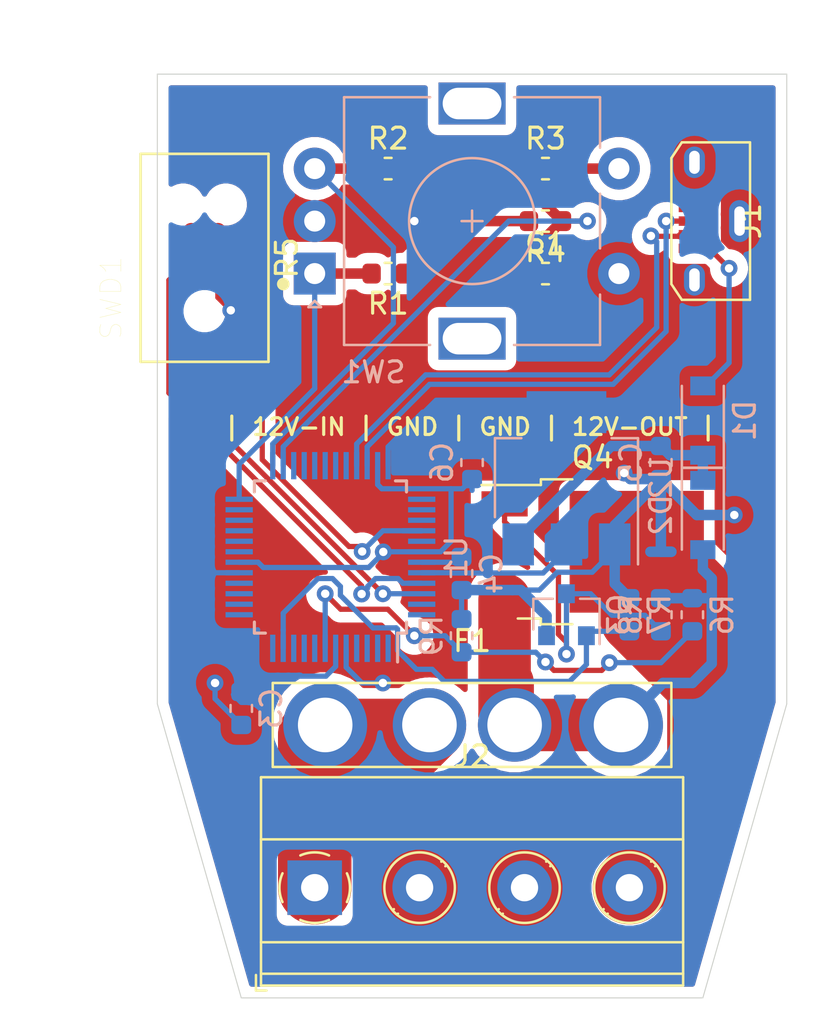
<source format=kicad_pcb>
(kicad_pcb (version 20171130) (host pcbnew "(5.1.6)-1")

  (general
    (thickness 1.6)
    (drawings 7)
    (tracks 237)
    (zones 0)
    (modules 25)
    (nets 52)
  )

  (page A4)
  (layers
    (0 F.Cu signal)
    (31 B.Cu signal)
    (32 B.Adhes user)
    (33 F.Adhes user)
    (34 B.Paste user)
    (35 F.Paste user)
    (36 B.SilkS user)
    (37 F.SilkS user)
    (38 B.Mask user)
    (39 F.Mask user)
    (40 Dwgs.User user)
    (41 Cmts.User user)
    (42 Eco1.User user)
    (43 Eco2.User user)
    (44 Edge.Cuts user)
    (45 Margin user)
    (46 B.CrtYd user)
    (47 F.CrtYd user)
    (48 B.Fab user)
    (49 F.Fab user)
  )

  (setup
    (last_trace_width 0.25)
    (user_trace_width 0.5)
    (user_trace_width 2.5)
    (user_trace_width 3.5)
    (trace_clearance 0.2)
    (zone_clearance 0.508)
    (zone_45_only no)
    (trace_min 0.2)
    (via_size 0.8)
    (via_drill 0.4)
    (via_min_size 0.4)
    (via_min_drill 0.3)
    (uvia_size 0.3)
    (uvia_drill 0.1)
    (uvias_allowed no)
    (uvia_min_size 0.2)
    (uvia_min_drill 0.1)
    (edge_width 0.05)
    (segment_width 0.2)
    (pcb_text_width 0.3)
    (pcb_text_size 1.5 1.5)
    (mod_edge_width 0.12)
    (mod_text_size 1 1)
    (mod_text_width 0.15)
    (pad_size 1.524 1.524)
    (pad_drill 0.762)
    (pad_to_mask_clearance 0.051)
    (solder_mask_min_width 0.25)
    (aux_axis_origin 0 0)
    (visible_elements 7FFFFFFF)
    (pcbplotparams
      (layerselection 0x010fc_ffffffff)
      (usegerberextensions false)
      (usegerberattributes false)
      (usegerberadvancedattributes false)
      (creategerberjobfile false)
      (excludeedgelayer true)
      (linewidth 0.100000)
      (plotframeref false)
      (viasonmask false)
      (mode 1)
      (useauxorigin false)
      (hpglpennumber 1)
      (hpglpenspeed 20)
      (hpglpendiameter 15.000000)
      (psnegative false)
      (psa4output false)
      (plotreference false)
      (plotvalue false)
      (plotinvisibletext false)
      (padsonsilk false)
      (subtractmaskfromsilk false)
      (outputformat 1)
      (mirror false)
      (drillshape 0)
      (scaleselection 1)
      (outputdirectory "../gerber/"))
  )

  (net 0 "")
  (net 1 D13_ENC_SW)
  (net 2 GND)
  (net 3 ~RESET)
  (net 4 +3V3)
  (net 5 "Net-(C4-Pad2)")
  (net 6 "Net-(C5-Pad1)")
  (net 7 +5V)
  (net 8 +12V)
  (net 9 D5_ENCA)
  (net 10 D11_ENCB)
  (net 11 "Net-(R3-Pad2)")
  (net 12 D3_LED)
  (net 13 "Net-(U1-Pad1)")
  (net 14 "Net-(U1-Pad2)")
  (net 15 "Net-(U1-Pad3)")
  (net 16 "Net-(U1-Pad4)")
  (net 17 A2)
  (net 18 A3)
  (net 19 A4)
  (net 20 D1)
  (net 21 D0)
  (net 22 "Net-(U1-Pad19)")
  (net 23 "Net-(U1-Pad20)")
  (net 24 "Net-(U1-Pad21)")
  (net 25 "Net-(U1-Pad22)")
  (net 26 D2)
  (net 27 D10)
  (net 28 "Net-(U1-Pad28)")
  (net 29 "Net-(U1-Pad29)")
  (net 30 "Net-(U1-Pad30)")
  (net 31 SDA)
  (net 32 SCL)
  (net 33 USB-)
  (net 34 USB+)
  (net 35 "Net-(U1-Pad37)")
  (net 36 "Net-(U1-Pad38)")
  (net 37 "Net-(U1-Pad39)")
  (net 38 "Net-(U1-Pad41)")
  (net 39 SWCLK)
  (net 40 SWDIO)
  (net 41 "Net-(U1-Pad47)")
  (net 42 "Net-(U1-Pad48)")
  (net 43 "Net-(SWD1-Pad6)")
  (net 44 "Net-(J1-Pad4)")
  (net 45 D9_PMOS_SWA)
  (net 46 D4_PMOS_SWA)
  (net 47 "Net-(F1-Pad2)")
  (net 48 D8_LED_POWER)
  (net 49 "Net-(Q3-Pad3)")
  (net 50 LED)
  (net 51 A1_BATVOLT)

  (net_class Default "This is the default net class."
    (clearance 0.2)
    (trace_width 0.25)
    (via_dia 0.8)
    (via_drill 0.4)
    (uvia_dia 0.3)
    (uvia_drill 0.1)
    (add_net +12V)
    (add_net +3V3)
    (add_net +5V)
    (add_net A1_BATVOLT)
    (add_net A2)
    (add_net A3)
    (add_net A4)
    (add_net D0)
    (add_net D1)
    (add_net D10)
    (add_net D11_ENCB)
    (add_net D13_ENC_SW)
    (add_net D2)
    (add_net D3_LED)
    (add_net D4_PMOS_SWA)
    (add_net D5_ENCA)
    (add_net D8_LED_POWER)
    (add_net D9_PMOS_SWA)
    (add_net GND)
    (add_net LED)
    (add_net "Net-(C4-Pad2)")
    (add_net "Net-(C5-Pad1)")
    (add_net "Net-(F1-Pad2)")
    (add_net "Net-(J1-Pad4)")
    (add_net "Net-(Q3-Pad3)")
    (add_net "Net-(R3-Pad2)")
    (add_net "Net-(SWD1-Pad6)")
    (add_net "Net-(U1-Pad1)")
    (add_net "Net-(U1-Pad19)")
    (add_net "Net-(U1-Pad2)")
    (add_net "Net-(U1-Pad20)")
    (add_net "Net-(U1-Pad21)")
    (add_net "Net-(U1-Pad22)")
    (add_net "Net-(U1-Pad28)")
    (add_net "Net-(U1-Pad29)")
    (add_net "Net-(U1-Pad3)")
    (add_net "Net-(U1-Pad30)")
    (add_net "Net-(U1-Pad37)")
    (add_net "Net-(U1-Pad38)")
    (add_net "Net-(U1-Pad39)")
    (add_net "Net-(U1-Pad4)")
    (add_net "Net-(U1-Pad41)")
    (add_net "Net-(U1-Pad47)")
    (add_net "Net-(U1-Pad48)")
    (add_net SCL)
    (add_net SDA)
    (add_net SWCLK)
    (add_net SWDIO)
    (add_net USB+)
    (add_net USB-)
    (add_net ~RESET)
  )

  (module Package_QFP:TQFP-48_7x7mm_P0.5mm (layer B.Cu) (tedit 5A02F146) (tstamp 5E88D51A)
    (at 93.25 108 90)
    (descr "48 LEAD TQFP 7x7mm (see MICREL TQFP7x7-48LD-PL-1.pdf)")
    (tags "QFP 0.5")
    (path /5E8782FC)
    (attr smd)
    (fp_text reference U1 (at 0 6 270) (layer B.SilkS)
      (effects (font (size 1 1) (thickness 0.15)) (justify mirror))
    )
    (fp_text value ATSAMD21G18A-AUT (at 0 -6 270) (layer B.Fab)
      (effects (font (size 1 1) (thickness 0.15)) (justify mirror))
    )
    (fp_line (start -3.625 3.2) (end -5 3.2) (layer B.SilkS) (width 0.15))
    (fp_line (start 3.625 3.625) (end 3.1 3.625) (layer B.SilkS) (width 0.15))
    (fp_line (start 3.625 -3.625) (end 3.1 -3.625) (layer B.SilkS) (width 0.15))
    (fp_line (start -3.625 -3.625) (end -3.1 -3.625) (layer B.SilkS) (width 0.15))
    (fp_line (start -3.625 3.625) (end -3.1 3.625) (layer B.SilkS) (width 0.15))
    (fp_line (start -3.625 -3.625) (end -3.625 -3.1) (layer B.SilkS) (width 0.15))
    (fp_line (start 3.625 -3.625) (end 3.625 -3.1) (layer B.SilkS) (width 0.15))
    (fp_line (start 3.625 3.625) (end 3.625 3.1) (layer B.SilkS) (width 0.15))
    (fp_line (start -3.625 3.625) (end -3.625 3.2) (layer B.SilkS) (width 0.15))
    (fp_line (start -5.25 -5.25) (end 5.25 -5.25) (layer B.CrtYd) (width 0.05))
    (fp_line (start -5.25 5.25) (end 5.25 5.25) (layer B.CrtYd) (width 0.05))
    (fp_line (start 5.25 5.25) (end 5.25 -5.25) (layer B.CrtYd) (width 0.05))
    (fp_line (start -5.25 5.25) (end -5.25 -5.25) (layer B.CrtYd) (width 0.05))
    (fp_line (start -3.5 2.5) (end -2.5 3.5) (layer B.Fab) (width 0.15))
    (fp_line (start -3.5 -3.5) (end -3.5 2.5) (layer B.Fab) (width 0.15))
    (fp_line (start 3.5 -3.5) (end -3.5 -3.5) (layer B.Fab) (width 0.15))
    (fp_line (start 3.5 3.5) (end 3.5 -3.5) (layer B.Fab) (width 0.15))
    (fp_line (start -2.5 3.5) (end 3.5 3.5) (layer B.Fab) (width 0.15))
    (fp_text user %R (at 0 0 270) (layer B.Fab)
      (effects (font (size 1 1) (thickness 0.15)) (justify mirror))
    )
    (pad 1 smd rect (at -4.35 2.75 90) (size 1.3 0.25) (layers B.Cu B.Paste B.Mask)
      (net 13 "Net-(U1-Pad1)"))
    (pad 2 smd rect (at -4.35 2.25 90) (size 1.3 0.25) (layers B.Cu B.Paste B.Mask)
      (net 14 "Net-(U1-Pad2)"))
    (pad 3 smd rect (at -4.35 1.75 90) (size 1.3 0.25) (layers B.Cu B.Paste B.Mask)
      (net 15 "Net-(U1-Pad3)"))
    (pad 4 smd rect (at -4.35 1.25 90) (size 1.3 0.25) (layers B.Cu B.Paste B.Mask)
      (net 16 "Net-(U1-Pad4)"))
    (pad 5 smd rect (at -4.35 0.75 90) (size 1.3 0.25) (layers B.Cu B.Paste B.Mask)
      (net 2 GND))
    (pad 6 smd rect (at -4.35 0.25 90) (size 1.3 0.25) (layers B.Cu B.Paste B.Mask)
      (net 4 +3V3))
    (pad 7 smd rect (at -4.35 -0.25 90) (size 1.3 0.25) (layers B.Cu B.Paste B.Mask)
      (net 51 A1_BATVOLT))
    (pad 8 smd rect (at -4.35 -0.75 90) (size 1.3 0.25) (layers B.Cu B.Paste B.Mask)
      (net 17 A2))
    (pad 9 smd rect (at -4.35 -1.25 90) (size 1.3 0.25) (layers B.Cu B.Paste B.Mask)
      (net 18 A3))
    (pad 10 smd rect (at -4.35 -1.75 90) (size 1.3 0.25) (layers B.Cu B.Paste B.Mask)
      (net 19 A4))
    (pad 11 smd rect (at -4.35 -2.25 90) (size 1.3 0.25) (layers B.Cu B.Paste B.Mask)
      (net 48 D8_LED_POWER))
    (pad 12 smd rect (at -4.35 -2.75 90) (size 1.3 0.25) (layers B.Cu B.Paste B.Mask)
      (net 45 D9_PMOS_SWA))
    (pad 13 smd rect (at -2.75 -4.35) (size 1.3 0.25) (layers B.Cu B.Paste B.Mask)
      (net 46 D4_PMOS_SWA))
    (pad 14 smd rect (at -2.25 -4.35) (size 1.3 0.25) (layers B.Cu B.Paste B.Mask)
      (net 12 D3_LED))
    (pad 15 smd rect (at -1.75 -4.35) (size 1.3 0.25) (layers B.Cu B.Paste B.Mask)
      (net 20 D1))
    (pad 16 smd rect (at -1.25 -4.35) (size 1.3 0.25) (layers B.Cu B.Paste B.Mask)
      (net 21 D0))
    (pad 17 smd rect (at -0.75 -4.35) (size 1.3 0.25) (layers B.Cu B.Paste B.Mask)
      (net 4 +3V3))
    (pad 18 smd rect (at -0.25 -4.35) (size 1.3 0.25) (layers B.Cu B.Paste B.Mask)
      (net 2 GND))
    (pad 19 smd rect (at 0.25 -4.35) (size 1.3 0.25) (layers B.Cu B.Paste B.Mask)
      (net 22 "Net-(U1-Pad19)"))
    (pad 20 smd rect (at 0.75 -4.35) (size 1.3 0.25) (layers B.Cu B.Paste B.Mask)
      (net 23 "Net-(U1-Pad20)"))
    (pad 21 smd rect (at 1.25 -4.35) (size 1.3 0.25) (layers B.Cu B.Paste B.Mask)
      (net 24 "Net-(U1-Pad21)"))
    (pad 22 smd rect (at 1.75 -4.35) (size 1.3 0.25) (layers B.Cu B.Paste B.Mask)
      (net 25 "Net-(U1-Pad22)"))
    (pad 23 smd rect (at 2.25 -4.35) (size 1.3 0.25) (layers B.Cu B.Paste B.Mask)
      (net 26 D2))
    (pad 24 smd rect (at 2.75 -4.35) (size 1.3 0.25) (layers B.Cu B.Paste B.Mask)
      (net 9 D5_ENCA))
    (pad 25 smd rect (at 4.35 -2.75 90) (size 1.3 0.25) (layers B.Cu B.Paste B.Mask)
      (net 10 D11_ENCB))
    (pad 26 smd rect (at 4.35 -2.25 90) (size 1.3 0.25) (layers B.Cu B.Paste B.Mask)
      (net 1 D13_ENC_SW))
    (pad 27 smd rect (at 4.35 -1.75 90) (size 1.3 0.25) (layers B.Cu B.Paste B.Mask)
      (net 27 D10))
    (pad 28 smd rect (at 4.35 -1.25 90) (size 1.3 0.25) (layers B.Cu B.Paste B.Mask)
      (net 28 "Net-(U1-Pad28)"))
    (pad 29 smd rect (at 4.35 -0.75 90) (size 1.3 0.25) (layers B.Cu B.Paste B.Mask)
      (net 29 "Net-(U1-Pad29)"))
    (pad 30 smd rect (at 4.35 -0.25 90) (size 1.3 0.25) (layers B.Cu B.Paste B.Mask)
      (net 30 "Net-(U1-Pad30)"))
    (pad 31 smd rect (at 4.35 0.25 90) (size 1.3 0.25) (layers B.Cu B.Paste B.Mask)
      (net 31 SDA))
    (pad 32 smd rect (at 4.35 0.75 90) (size 1.3 0.25) (layers B.Cu B.Paste B.Mask)
      (net 32 SCL))
    (pad 33 smd rect (at 4.35 1.25 90) (size 1.3 0.25) (layers B.Cu B.Paste B.Mask)
      (net 33 USB-))
    (pad 34 smd rect (at 4.35 1.75 90) (size 1.3 0.25) (layers B.Cu B.Paste B.Mask)
      (net 34 USB+))
    (pad 35 smd rect (at 4.35 2.25 90) (size 1.3 0.25) (layers B.Cu B.Paste B.Mask)
      (net 2 GND))
    (pad 36 smd rect (at 4.35 2.75 90) (size 1.3 0.25) (layers B.Cu B.Paste B.Mask)
      (net 4 +3V3))
    (pad 37 smd rect (at 2.75 4.35) (size 1.3 0.25) (layers B.Cu B.Paste B.Mask)
      (net 35 "Net-(U1-Pad37)"))
    (pad 38 smd rect (at 2.25 4.35) (size 1.3 0.25) (layers B.Cu B.Paste B.Mask)
      (net 36 "Net-(U1-Pad38)"))
    (pad 39 smd rect (at 1.75 4.35) (size 1.3 0.25) (layers B.Cu B.Paste B.Mask)
      (net 37 "Net-(U1-Pad39)"))
    (pad 40 smd rect (at 1.25 4.35) (size 1.3 0.25) (layers B.Cu B.Paste B.Mask)
      (net 3 ~RESET))
    (pad 41 smd rect (at 0.75 4.35) (size 1.3 0.25) (layers B.Cu B.Paste B.Mask)
      (net 38 "Net-(U1-Pad41)"))
    (pad 42 smd rect (at 0.25 4.35) (size 1.3 0.25) (layers B.Cu B.Paste B.Mask)
      (net 2 GND))
    (pad 43 smd rect (at -0.25 4.35) (size 1.3 0.25) (layers B.Cu B.Paste B.Mask)
      (net 5 "Net-(C4-Pad2)"))
    (pad 44 smd rect (at -0.75 4.35) (size 1.3 0.25) (layers B.Cu B.Paste B.Mask)
      (net 4 +3V3))
    (pad 45 smd rect (at -1.25 4.35) (size 1.3 0.25) (layers B.Cu B.Paste B.Mask)
      (net 39 SWCLK))
    (pad 46 smd rect (at -1.75 4.35) (size 1.3 0.25) (layers B.Cu B.Paste B.Mask)
      (net 40 SWDIO))
    (pad 47 smd rect (at -2.25 4.35) (size 1.3 0.25) (layers B.Cu B.Paste B.Mask)
      (net 41 "Net-(U1-Pad47)"))
    (pad 48 smd rect (at -2.75 4.35) (size 1.3 0.25) (layers B.Cu B.Paste B.Mask)
      (net 42 "Net-(U1-Pad48)"))
    (model ${KISYS3DMOD}/Package_QFP.3dshapes/TQFP-48_7x7mm_P0.5mm.wrl
      (at (xyz 0 0 0))
      (scale (xyz 1 1 1))
      (rotate (xyz 0 0 0))
    )
  )

  (module TerminalBlock_Phoenix:TerminalBlock_Phoenix_MKDS-1,5-4_1x04_P5.00mm_Horizontal (layer F.Cu) (tedit 5E9DAC17) (tstamp 5E9DB485)
    (at 92.5 123.75)
    (descr "Terminal Block Phoenix MKDS-1,5-4, 4 pins, pitch 5mm, size 20x9.8mm^2, drill diamater 1.3mm, pad diameter 2.6mm, see http://www.farnell.com/datasheets/100425.pdf, script-generated using https://github.com/pointhi/kicad-footprint-generator/scripts/TerminalBlock_Phoenix")
    (tags "THT Terminal Block Phoenix MKDS-1,5-4 pitch 5mm size 20x9.8mm^2 drill 1.3mm pad 2.6mm")
    (path /5E9E6490)
    (fp_text reference J2 (at 7.5 -6.26) (layer F.SilkS)
      (effects (font (size 1 1) (thickness 0.15)))
    )
    (fp_text value Screw_Terminal_01x04 (at 7.5 5.66) (layer F.Fab)
      (effects (font (size 1 1) (thickness 0.15)))
    )
    (fp_line (start 18 -5.71) (end -3 -5.71) (layer F.CrtYd) (width 0.05))
    (fp_line (start 18 5.1) (end 18 -5.71) (layer F.CrtYd) (width 0.05))
    (fp_line (start -3 5.1) (end 18 5.1) (layer F.CrtYd) (width 0.05))
    (fp_line (start -3 -5.71) (end -3 5.1) (layer F.CrtYd) (width 0.05))
    (fp_line (start -2.8 4.9) (end -2.3 4.9) (layer F.SilkS) (width 0.12))
    (fp_line (start -2.8 4.16) (end -2.8 4.9) (layer F.SilkS) (width 0.12))
    (fp_line (start 13.773 1.023) (end 13.726 1.069) (layer F.SilkS) (width 0.12))
    (fp_line (start 16.07 -1.275) (end 16.035 -1.239) (layer F.SilkS) (width 0.12))
    (fp_line (start 13.966 1.239) (end 13.931 1.274) (layer F.SilkS) (width 0.12))
    (fp_line (start 16.275 -1.069) (end 16.228 -1.023) (layer F.SilkS) (width 0.12))
    (fp_line (start 15.955 -1.138) (end 13.863 0.955) (layer F.Fab) (width 0.1))
    (fp_line (start 16.138 -0.955) (end 14.046 1.138) (layer F.Fab) (width 0.1))
    (fp_line (start 8.773 1.023) (end 8.726 1.069) (layer F.SilkS) (width 0.12))
    (fp_line (start 11.07 -1.275) (end 11.035 -1.239) (layer F.SilkS) (width 0.12))
    (fp_line (start 8.966 1.239) (end 8.931 1.274) (layer F.SilkS) (width 0.12))
    (fp_line (start 11.275 -1.069) (end 11.228 -1.023) (layer F.SilkS) (width 0.12))
    (fp_line (start 10.955 -1.138) (end 8.863 0.955) (layer F.Fab) (width 0.1))
    (fp_line (start 11.138 -0.955) (end 9.046 1.138) (layer F.Fab) (width 0.1))
    (fp_line (start 3.773 1.023) (end 3.726 1.069) (layer F.SilkS) (width 0.12))
    (fp_line (start 6.07 -1.275) (end 6.035 -1.239) (layer F.SilkS) (width 0.12))
    (fp_line (start 3.966 1.239) (end 3.931 1.274) (layer F.SilkS) (width 0.12))
    (fp_line (start 6.275 -1.069) (end 6.228 -1.023) (layer F.SilkS) (width 0.12))
    (fp_line (start 5.955 -1.138) (end 3.863 0.955) (layer F.Fab) (width 0.1))
    (fp_line (start 6.138 -0.955) (end 4.046 1.138) (layer F.Fab) (width 0.1))
    (fp_line (start 0.955 -1.138) (end -1.138 0.955) (layer F.Fab) (width 0.1))
    (fp_line (start 1.138 -0.955) (end -0.955 1.138) (layer F.Fab) (width 0.1))
    (fp_line (start 17.561 -5.261) (end 17.561 4.66) (layer F.SilkS) (width 0.12))
    (fp_line (start -2.56 -5.261) (end -2.56 4.66) (layer F.SilkS) (width 0.12))
    (fp_line (start -2.56 4.66) (end 17.561 4.66) (layer F.SilkS) (width 0.12))
    (fp_line (start -2.56 -5.261) (end 17.561 -5.261) (layer F.SilkS) (width 0.12))
    (fp_line (start -2.56 -2.301) (end 17.561 -2.301) (layer F.SilkS) (width 0.12))
    (fp_line (start -2.5 -2.3) (end 17.5 -2.3) (layer F.Fab) (width 0.1))
    (fp_line (start -2.56 2.6) (end 17.561 2.6) (layer F.SilkS) (width 0.12))
    (fp_line (start -2.5 2.6) (end 17.5 2.6) (layer F.Fab) (width 0.1))
    (fp_line (start -2.56 4.1) (end 17.561 4.1) (layer F.SilkS) (width 0.12))
    (fp_line (start -2.5 4.1) (end 17.5 4.1) (layer F.Fab) (width 0.1))
    (fp_line (start -2.5 4.1) (end -2.5 -5.2) (layer F.Fab) (width 0.1))
    (fp_line (start -2 4.6) (end -2.5 4.1) (layer F.Fab) (width 0.1))
    (fp_line (start 17.5 4.6) (end -2 4.6) (layer F.Fab) (width 0.1))
    (fp_line (start 17.5 -5.2) (end 17.5 4.6) (layer F.Fab) (width 0.1))
    (fp_line (start -2.5 -5.2) (end 17.5 -5.2) (layer F.Fab) (width 0.1))
    (fp_circle (center 15 0) (end 16.68 0) (layer F.SilkS) (width 0.12))
    (fp_circle (center 15 0) (end 16.5 0) (layer F.Fab) (width 0.1))
    (fp_circle (center 10 0) (end 11.68 0) (layer F.SilkS) (width 0.12))
    (fp_circle (center 10 0) (end 11.5 0) (layer F.Fab) (width 0.1))
    (fp_circle (center 5 0) (end 6.68 0) (layer F.SilkS) (width 0.12))
    (fp_circle (center 5 0) (end 6.5 0) (layer F.Fab) (width 0.1))
    (fp_circle (center 0 0) (end 1.5 0) (layer F.Fab) (width 0.1))
    (fp_arc (start 0 0) (end 0 1.68) (angle -24) (layer F.SilkS) (width 0.12))
    (fp_arc (start 0 0) (end 1.535 0.684) (angle -48) (layer F.SilkS) (width 0.12))
    (fp_arc (start 0 0) (end 0.684 -1.535) (angle -48) (layer F.SilkS) (width 0.12))
    (fp_arc (start 0 0) (end -1.535 -0.684) (angle -48) (layer F.SilkS) (width 0.12))
    (fp_arc (start 0 0) (end -0.684 1.535) (angle -25) (layer F.SilkS) (width 0.12))
    (fp_text user %R (at 7.5 3.2) (layer F.Fab)
      (effects (font (size 1 1) (thickness 0.15)))
    )
    (pad 1 thru_hole rect (at 0 0) (size 2.6 2.6) (drill 1.3) (layers *.Cu *.Mask)
      (net 47 "Net-(F1-Pad2)"))
    (pad 2 thru_hole circle (at 5 0) (size 2.6 2.6) (drill 1.3) (layers *.Cu *.Mask)
      (net 2 GND))
    (pad 3 thru_hole circle (at 10 0) (size 2.6 2.6) (drill 1.3) (layers *.Cu *.Mask)
      (net 2 GND))
    (pad 4 thru_hole circle (at 15 0) (size 2.6 2.6) (drill 1.3) (layers *.Cu *.Mask)
      (net 50 LED))
    (model ${PRIVATE3D}/connectors.3dshapes/Phoenix_pxc_1935187_04_PT-1-5-4-5-0-H_3D.stp
      (offset (xyz -20 -44.75 -39))
      (scale (xyz 1 1 1))
      (rotate (xyz -90 0 -90))
    )
  )

  (module Rotary_Encoder:RotaryEncoder_Alps_EC11E-Switch_Vertical_H20mm (layer B.Cu) (tedit 5E88DA37) (tstamp 5E890889)
    (at 92.5 94.5)
    (descr "Alps rotary encoder, EC12E... with switch, vertical shaft, http://www.alps.com/prod/info/E/HTML/Encoder/Incremental/EC11/EC11E15204A3.html")
    (tags "rotary encoder")
    (path /5E875885)
    (fp_text reference SW1 (at 2.8 4.7) (layer B.SilkS)
      (effects (font (size 1 1) (thickness 0.15)) (justify mirror))
    )
    (fp_text value Rotary_Encoder_Switch (at 7.5 -10.4) (layer B.Fab)
      (effects (font (size 1 1) (thickness 0.15)) (justify mirror))
    )
    (fp_circle (center 7.5 -2.5) (end 10.5 -2.5) (layer B.Fab) (width 0.12))
    (fp_circle (center 7.5 -2.5) (end 10.5 -2.5) (layer B.SilkS) (width 0.12))
    (fp_line (start 16 -9.6) (end -1.5 -9.6) (layer B.CrtYd) (width 0.05))
    (fp_line (start 16 -9.6) (end 16 4.6) (layer B.CrtYd) (width 0.05))
    (fp_line (start -1.5 4.6) (end -1.5 -9.6) (layer B.CrtYd) (width 0.05))
    (fp_line (start -1.5 4.6) (end 16 4.6) (layer B.CrtYd) (width 0.05))
    (fp_line (start 2.5 3.3) (end 13.5 3.3) (layer B.Fab) (width 0.12))
    (fp_line (start 13.5 3.3) (end 13.5 -8.3) (layer B.Fab) (width 0.12))
    (fp_line (start 13.5 -8.3) (end 1.5 -8.3) (layer B.Fab) (width 0.12))
    (fp_line (start 1.5 -8.3) (end 1.5 2.2) (layer B.Fab) (width 0.12))
    (fp_line (start 1.5 2.2) (end 2.5 3.3) (layer B.Fab) (width 0.12))
    (fp_line (start 9.5 3.4) (end 13.6 3.4) (layer B.SilkS) (width 0.12))
    (fp_line (start 13.6 -8.4) (end 9.5 -8.4) (layer B.SilkS) (width 0.12))
    (fp_line (start 5.5 -8.4) (end 1.4 -8.4) (layer B.SilkS) (width 0.12))
    (fp_line (start 5.5 3.4) (end 1.4 3.4) (layer B.SilkS) (width 0.12))
    (fp_line (start 1.4 3.4) (end 1.4 -8.4) (layer B.SilkS) (width 0.12))
    (fp_line (start 0 1.3) (end -0.3 1.6) (layer B.SilkS) (width 0.12))
    (fp_line (start -0.3 1.6) (end 0.3 1.6) (layer B.SilkS) (width 0.12))
    (fp_line (start 0.3 1.6) (end 0 1.3) (layer B.SilkS) (width 0.12))
    (fp_line (start 7.5 0.5) (end 7.5 -5.5) (layer B.Fab) (width 0.12))
    (fp_line (start 4.5 -2.5) (end 10.5 -2.5) (layer B.Fab) (width 0.12))
    (fp_line (start 13.6 3.4) (end 13.6 1) (layer B.SilkS) (width 0.12))
    (fp_line (start 13.6 -1.2) (end 13.6 -3.8) (layer B.SilkS) (width 0.12))
    (fp_line (start 13.6 -6) (end 13.6 -8.4) (layer B.SilkS) (width 0.12))
    (fp_line (start 7.5 -2) (end 7.5 -3) (layer B.SilkS) (width 0.12))
    (fp_line (start 7 -2.5) (end 8 -2.5) (layer B.SilkS) (width 0.12))
    (fp_text user %R (at 11.1 -6.3) (layer B.Fab)
      (effects (font (size 1 1) (thickness 0.15)) (justify mirror))
    )
    (pad S1 thru_hole circle (at 14.5 -5) (size 2 2) (drill 1) (layers *.Cu *.Mask)
      (net 11 "Net-(R3-Pad2)"))
    (pad S2 thru_hole circle (at 14.5 0) (size 2 2) (drill 1) (layers *.Cu *.Mask)
      (net 2 GND))
    (pad MP thru_hole rect (at 7.5 -8.1) (size 3.2 2) (drill oval 2.8 1.5) (layers *.Cu *.Mask))
    (pad MP thru_hole rect (at 7.5 3.1) (size 3.2 2) (drill oval 2.8 1.5) (layers *.Cu *.Mask))
    (pad B thru_hole circle (at 0 -5) (size 2 2) (drill 1) (layers *.Cu *.Mask)
      (net 10 D11_ENCB))
    (pad C thru_hole circle (at 0 -2.5) (size 2 2) (drill 1) (layers *.Cu *.Mask)
      (net 2 GND))
    (pad A thru_hole rect (at 0 0) (size 2 2) (drill 1) (layers *.Cu *.Mask)
      (net 9 D5_ENCA))
    (model ${KISYS3DMOD}/Rotary_Encoder.3dshapes/RotaryEncoder_Alps_EC11E-Switch_Vertical_H20mm.wrl
      (at (xyz 0 0 0))
      (scale (xyz 1 1 1))
      (rotate (xyz 0 0 10))
    )
    (model ${PRIVATE3D}/switches.3dshapes/EC11_Rotary_Encoder_Switched.step
      (offset (xyz 7.5 -2.5 0))
      (scale (xyz 1 1 1))
      (rotate (xyz 0 0 90))
    )
  )

  (module connectors:Microusb_105133-0011 (layer F.Cu) (tedit 5E88AE11) (tstamp 5E88E94D)
    (at 112.75 92 90)
    (path /5E893B51)
    (fp_text reference J1 (at 0 0.5 90) (layer F.SilkS)
      (effects (font (size 1 1) (thickness 0.15)))
    )
    (fp_text value USB_B_Micro (at 0 -0.5 90) (layer F.Fab)
      (effects (font (size 1 1) (thickness 0.15)))
    )
    (fp_line (start 0 0.5) (end 3.75 0.5) (layer F.SilkS) (width 0.12))
    (fp_line (start 3.75 0.5) (end 3.75 -2.75) (layer F.SilkS) (width 0.12))
    (fp_line (start 3.75 -2.75) (end 3 -3.25) (layer F.SilkS) (width 0.12))
    (fp_line (start 3 -3.25) (end -3 -3.25) (layer F.SilkS) (width 0.12))
    (fp_line (start -3 -3.25) (end -3.75 -2.75) (layer F.SilkS) (width 0.12))
    (fp_line (start -3.75 -2.75) (end -3.75 0.5) (layer F.SilkS) (width 0.12))
    (fp_line (start -3.75 0.5) (end 0 0.5) (layer F.SilkS) (width 0.12))
    (pad 6 thru_hole oval (at -2.8 -2.15 90) (size 1.5 1) (drill oval 1.1 0.5) (layers *.Cu *.Mask)
      (net 2 GND))
    (pad 6 thru_hole oval (at 2.8 -2.15 90) (size 1.5 1) (drill oval 1.1 0.5) (layers *.Cu *.Mask)
      (net 2 GND))
    (pad 6 thru_hole oval (at 0 0 90) (size 2 1) (drill oval 1.4 0.5) (layers *.Cu *.Mask)
      (net 2 GND))
    (pad 2 smd rect (at -0.65 -2.15 90) (size 0.45 1.5) (layers F.Cu F.Paste F.Mask)
      (net 33 USB-))
    (pad 1 smd rect (at -1.3 -2.15 90) (size 0.45 1.5) (layers F.Cu F.Paste F.Mask)
      (net 7 +5V))
    (pad 5 smd rect (at 1.3 -2.15 90) (size 0.45 1.5) (layers F.Cu F.Paste F.Mask)
      (net 2 GND))
    (pad 4 smd rect (at 0.65 -2.15 90) (size 0.45 1.5) (layers F.Cu F.Paste F.Mask)
      (net 44 "Net-(J1-Pad4)"))
    (pad 3 smd rect (at 0 -2.15 90) (size 0.45 1.5) (layers F.Cu F.Paste F.Mask)
      (net 34 USB+))
    (model ${PRIVATE3D}/connectors.3dshapes/Molex_microusb_1051330011.stp
      (offset (xyz 0 1.1 2.5))
      (scale (xyz 1 1 1))
      (rotate (xyz 180 0 0))
    )
  )

  (module Capacitor_SMD:C_0603_1608Metric (layer F.Cu) (tedit 5B301BBE) (tstamp 5E88D6A3)
    (at 103.5 94.5)
    (descr "Capacitor SMD 0603 (1608 Metric), square (rectangular) end terminal, IPC_7351 nominal, (Body size source: http://www.tortai-tech.com/upload/download/2011102023233369053.pdf), generated with kicad-footprint-generator")
    (tags capacitor)
    (path /5E87677F)
    (attr smd)
    (fp_text reference C1 (at 0 -1.43) (layer F.SilkS)
      (effects (font (size 1 1) (thickness 0.15)))
    )
    (fp_text value C_Small (at 0 1.43) (layer F.Fab)
      (effects (font (size 1 1) (thickness 0.15)))
    )
    (fp_line (start 1.48 0.73) (end -1.48 0.73) (layer F.CrtYd) (width 0.05))
    (fp_line (start 1.48 -0.73) (end 1.48 0.73) (layer F.CrtYd) (width 0.05))
    (fp_line (start -1.48 -0.73) (end 1.48 -0.73) (layer F.CrtYd) (width 0.05))
    (fp_line (start -1.48 0.73) (end -1.48 -0.73) (layer F.CrtYd) (width 0.05))
    (fp_line (start -0.162779 0.51) (end 0.162779 0.51) (layer F.SilkS) (width 0.12))
    (fp_line (start -0.162779 -0.51) (end 0.162779 -0.51) (layer F.SilkS) (width 0.12))
    (fp_line (start 0.8 0.4) (end -0.8 0.4) (layer F.Fab) (width 0.1))
    (fp_line (start 0.8 -0.4) (end 0.8 0.4) (layer F.Fab) (width 0.1))
    (fp_line (start -0.8 -0.4) (end 0.8 -0.4) (layer F.Fab) (width 0.1))
    (fp_line (start -0.8 0.4) (end -0.8 -0.4) (layer F.Fab) (width 0.1))
    (fp_text user %R (at 0 0) (layer F.Fab)
      (effects (font (size 0.4 0.4) (thickness 0.06)))
    )
    (pad 1 smd roundrect (at -0.7875 0) (size 0.875 0.95) (layers F.Cu F.Paste F.Mask) (roundrect_rratio 0.25)
      (net 1 D13_ENC_SW))
    (pad 2 smd roundrect (at 0.7875 0) (size 0.875 0.95) (layers F.Cu F.Paste F.Mask) (roundrect_rratio 0.25)
      (net 2 GND))
    (model ${KISYS3DMOD}/Capacitor_SMD.3dshapes/C_0603_1608Metric.wrl
      (at (xyz 0 0 0))
      (scale (xyz 1 1 1))
      (rotate (xyz 0 0 0))
    )
  )

  (module Capacitor_SMD:C_0603_1608Metric (layer B.Cu) (tedit 5B301BBE) (tstamp 5E8AFEE3)
    (at 89 115.2125 90)
    (descr "Capacitor SMD 0603 (1608 Metric), square (rectangular) end terminal, IPC_7351 nominal, (Body size source: http://www.tortai-tech.com/upload/download/2011102023233369053.pdf), generated with kicad-footprint-generator")
    (tags capacitor)
    (path /5E88551D)
    (attr smd)
    (fp_text reference C3 (at 0 1.43 270) (layer B.SilkS)
      (effects (font (size 1 1) (thickness 0.15)) (justify mirror))
    )
    (fp_text value C_Small (at 0 -1.43 270) (layer B.Fab)
      (effects (font (size 1 1) (thickness 0.15)) (justify mirror))
    )
    (fp_line (start 1.48 -0.73) (end -1.48 -0.73) (layer B.CrtYd) (width 0.05))
    (fp_line (start 1.48 0.73) (end 1.48 -0.73) (layer B.CrtYd) (width 0.05))
    (fp_line (start -1.48 0.73) (end 1.48 0.73) (layer B.CrtYd) (width 0.05))
    (fp_line (start -1.48 -0.73) (end -1.48 0.73) (layer B.CrtYd) (width 0.05))
    (fp_line (start -0.162779 -0.51) (end 0.162779 -0.51) (layer B.SilkS) (width 0.12))
    (fp_line (start -0.162779 0.51) (end 0.162779 0.51) (layer B.SilkS) (width 0.12))
    (fp_line (start 0.8 -0.4) (end -0.8 -0.4) (layer B.Fab) (width 0.1))
    (fp_line (start 0.8 0.4) (end 0.8 -0.4) (layer B.Fab) (width 0.1))
    (fp_line (start -0.8 0.4) (end 0.8 0.4) (layer B.Fab) (width 0.1))
    (fp_line (start -0.8 -0.4) (end -0.8 0.4) (layer B.Fab) (width 0.1))
    (fp_text user %R (at 0 0 270) (layer B.Fab)
      (effects (font (size 0.4 0.4) (thickness 0.06)) (justify mirror))
    )
    (pad 1 smd roundrect (at -0.7875 0 90) (size 0.875 0.95) (layers B.Cu B.Paste B.Mask) (roundrect_rratio 0.25)
      (net 2 GND))
    (pad 2 smd roundrect (at 0.7875 0 90) (size 0.875 0.95) (layers B.Cu B.Paste B.Mask) (roundrect_rratio 0.25)
      (net 4 +3V3))
    (model ${KISYS3DMOD}/Capacitor_SMD.3dshapes/C_0603_1608Metric.wrl
      (at (xyz 0 0 0))
      (scale (xyz 1 1 1))
      (rotate (xyz 0 0 0))
    )
  )

  (module Capacitor_SMD:C_0603_1608Metric (layer B.Cu) (tedit 5B301BBE) (tstamp 5E8B00D9)
    (at 99.5 108.7875 90)
    (descr "Capacitor SMD 0603 (1608 Metric), square (rectangular) end terminal, IPC_7351 nominal, (Body size source: http://www.tortai-tech.com/upload/download/2011102023233369053.pdf), generated with kicad-footprint-generator")
    (tags capacitor)
    (path /5E882B5F)
    (attr smd)
    (fp_text reference C4 (at 0 1.43 270) (layer B.SilkS)
      (effects (font (size 1 1) (thickness 0.15)) (justify mirror))
    )
    (fp_text value C_Small (at 0 -1.43 270) (layer B.Fab)
      (effects (font (size 1 1) (thickness 0.15)) (justify mirror))
    )
    (fp_line (start -0.8 -0.4) (end -0.8 0.4) (layer B.Fab) (width 0.1))
    (fp_line (start -0.8 0.4) (end 0.8 0.4) (layer B.Fab) (width 0.1))
    (fp_line (start 0.8 0.4) (end 0.8 -0.4) (layer B.Fab) (width 0.1))
    (fp_line (start 0.8 -0.4) (end -0.8 -0.4) (layer B.Fab) (width 0.1))
    (fp_line (start -0.162779 0.51) (end 0.162779 0.51) (layer B.SilkS) (width 0.12))
    (fp_line (start -0.162779 -0.51) (end 0.162779 -0.51) (layer B.SilkS) (width 0.12))
    (fp_line (start -1.48 -0.73) (end -1.48 0.73) (layer B.CrtYd) (width 0.05))
    (fp_line (start -1.48 0.73) (end 1.48 0.73) (layer B.CrtYd) (width 0.05))
    (fp_line (start 1.48 0.73) (end 1.48 -0.73) (layer B.CrtYd) (width 0.05))
    (fp_line (start 1.48 -0.73) (end -1.48 -0.73) (layer B.CrtYd) (width 0.05))
    (fp_text user %R (at 0 0 270) (layer B.Fab)
      (effects (font (size 0.4 0.4) (thickness 0.06)) (justify mirror))
    )
    (pad 2 smd roundrect (at 0.7875 0 90) (size 0.875 0.95) (layers B.Cu B.Paste B.Mask) (roundrect_rratio 0.25)
      (net 5 "Net-(C4-Pad2)"))
    (pad 1 smd roundrect (at -0.7875 0 90) (size 0.875 0.95) (layers B.Cu B.Paste B.Mask) (roundrect_rratio 0.25)
      (net 2 GND))
    (model ${KISYS3DMOD}/Capacitor_SMD.3dshapes/C_0603_1608Metric.wrl
      (at (xyz 0 0 0))
      (scale (xyz 1 1 1))
      (rotate (xyz 0 0 0))
    )
  )

  (module Capacitor_SMD:C_0603_1608Metric (layer B.Cu) (tedit 5B301BBE) (tstamp 5E8AE496)
    (at 109 103.5 270)
    (descr "Capacitor SMD 0603 (1608 Metric), square (rectangular) end terminal, IPC_7351 nominal, (Body size source: http://www.tortai-tech.com/upload/download/2011102023233369053.pdf), generated with kicad-footprint-generator")
    (tags capacitor)
    (path /5E876402)
    (attr smd)
    (fp_text reference C5 (at 0 1.43 270) (layer B.SilkS)
      (effects (font (size 1 1) (thickness 0.15)) (justify mirror))
    )
    (fp_text value C_Small (at 0 -1.43 270) (layer B.Fab)
      (effects (font (size 1 1) (thickness 0.15)) (justify mirror))
    )
    (fp_line (start -0.8 -0.4) (end -0.8 0.4) (layer B.Fab) (width 0.1))
    (fp_line (start -0.8 0.4) (end 0.8 0.4) (layer B.Fab) (width 0.1))
    (fp_line (start 0.8 0.4) (end 0.8 -0.4) (layer B.Fab) (width 0.1))
    (fp_line (start 0.8 -0.4) (end -0.8 -0.4) (layer B.Fab) (width 0.1))
    (fp_line (start -0.162779 0.51) (end 0.162779 0.51) (layer B.SilkS) (width 0.12))
    (fp_line (start -0.162779 -0.51) (end 0.162779 -0.51) (layer B.SilkS) (width 0.12))
    (fp_line (start -1.48 -0.73) (end -1.48 0.73) (layer B.CrtYd) (width 0.05))
    (fp_line (start -1.48 0.73) (end 1.48 0.73) (layer B.CrtYd) (width 0.05))
    (fp_line (start 1.48 0.73) (end 1.48 -0.73) (layer B.CrtYd) (width 0.05))
    (fp_line (start 1.48 -0.73) (end -1.48 -0.73) (layer B.CrtYd) (width 0.05))
    (fp_text user %R (at 0 0 270) (layer B.Fab)
      (effects (font (size 0.4 0.4) (thickness 0.06)) (justify mirror))
    )
    (pad 2 smd roundrect (at 0.7875 0 270) (size 0.875 0.95) (layers B.Cu B.Paste B.Mask) (roundrect_rratio 0.25)
      (net 2 GND))
    (pad 1 smd roundrect (at -0.7875 0 270) (size 0.875 0.95) (layers B.Cu B.Paste B.Mask) (roundrect_rratio 0.25)
      (net 6 "Net-(C5-Pad1)"))
    (model ${KISYS3DMOD}/Capacitor_SMD.3dshapes/C_0603_1608Metric.wrl
      (at (xyz 0 0 0))
      (scale (xyz 1 1 1))
      (rotate (xyz 0 0 0))
    )
  )

  (module Capacitor_SMD:C_0603_1608Metric (layer B.Cu) (tedit 5B301BBE) (tstamp 5E8AE4C6)
    (at 100 103.5 270)
    (descr "Capacitor SMD 0603 (1608 Metric), square (rectangular) end terminal, IPC_7351 nominal, (Body size source: http://www.tortai-tech.com/upload/download/2011102023233369053.pdf), generated with kicad-footprint-generator")
    (tags capacitor)
    (path /5E876053)
    (attr smd)
    (fp_text reference C6 (at 0 1.43 270) (layer B.SilkS)
      (effects (font (size 1 1) (thickness 0.15)) (justify mirror))
    )
    (fp_text value C_Small (at 0 -1.43 270) (layer B.Fab)
      (effects (font (size 1 1) (thickness 0.15)) (justify mirror))
    )
    (fp_line (start 1.48 -0.73) (end -1.48 -0.73) (layer B.CrtYd) (width 0.05))
    (fp_line (start 1.48 0.73) (end 1.48 -0.73) (layer B.CrtYd) (width 0.05))
    (fp_line (start -1.48 0.73) (end 1.48 0.73) (layer B.CrtYd) (width 0.05))
    (fp_line (start -1.48 -0.73) (end -1.48 0.73) (layer B.CrtYd) (width 0.05))
    (fp_line (start -0.162779 -0.51) (end 0.162779 -0.51) (layer B.SilkS) (width 0.12))
    (fp_line (start -0.162779 0.51) (end 0.162779 0.51) (layer B.SilkS) (width 0.12))
    (fp_line (start 0.8 -0.4) (end -0.8 -0.4) (layer B.Fab) (width 0.1))
    (fp_line (start 0.8 0.4) (end 0.8 -0.4) (layer B.Fab) (width 0.1))
    (fp_line (start -0.8 0.4) (end 0.8 0.4) (layer B.Fab) (width 0.1))
    (fp_line (start -0.8 -0.4) (end -0.8 0.4) (layer B.Fab) (width 0.1))
    (fp_text user %R (at 0 0 270) (layer B.Fab)
      (effects (font (size 0.4 0.4) (thickness 0.06)) (justify mirror))
    )
    (pad 1 smd roundrect (at -0.7875 0 270) (size 0.875 0.95) (layers B.Cu B.Paste B.Mask) (roundrect_rratio 0.25)
      (net 4 +3V3))
    (pad 2 smd roundrect (at 0.7875 0 270) (size 0.875 0.95) (layers B.Cu B.Paste B.Mask) (roundrect_rratio 0.25)
      (net 2 GND))
    (model ${KISYS3DMOD}/Capacitor_SMD.3dshapes/C_0603_1608Metric.wrl
      (at (xyz 0 0 0))
      (scale (xyz 1 1 1))
      (rotate (xyz 0 0 0))
    )
  )

  (module Diode_SMD:D_SOD-123 (layer B.Cu) (tedit 58645DC7) (tstamp 5E890318)
    (at 111 101.5 90)
    (descr SOD-123)
    (tags SOD-123)
    (path /5E8D4D36)
    (attr smd)
    (fp_text reference D1 (at 0 2 270) (layer B.SilkS)
      (effects (font (size 1 1) (thickness 0.15)) (justify mirror))
    )
    (fp_text value D_Small (at 0 -2.1 270) (layer B.Fab)
      (effects (font (size 1 1) (thickness 0.15)) (justify mirror))
    )
    (fp_line (start -2.25 1) (end 1.65 1) (layer B.SilkS) (width 0.12))
    (fp_line (start -2.25 -1) (end 1.65 -1) (layer B.SilkS) (width 0.12))
    (fp_line (start -2.35 1.15) (end -2.35 -1.15) (layer B.CrtYd) (width 0.05))
    (fp_line (start 2.35 -1.15) (end -2.35 -1.15) (layer B.CrtYd) (width 0.05))
    (fp_line (start 2.35 1.15) (end 2.35 -1.15) (layer B.CrtYd) (width 0.05))
    (fp_line (start -2.35 1.15) (end 2.35 1.15) (layer B.CrtYd) (width 0.05))
    (fp_line (start -1.4 0.9) (end 1.4 0.9) (layer B.Fab) (width 0.1))
    (fp_line (start 1.4 0.9) (end 1.4 -0.9) (layer B.Fab) (width 0.1))
    (fp_line (start 1.4 -0.9) (end -1.4 -0.9) (layer B.Fab) (width 0.1))
    (fp_line (start -1.4 -0.9) (end -1.4 0.9) (layer B.Fab) (width 0.1))
    (fp_line (start -0.75 0) (end -0.35 0) (layer B.Fab) (width 0.1))
    (fp_line (start -0.35 0) (end -0.35 0.55) (layer B.Fab) (width 0.1))
    (fp_line (start -0.35 0) (end -0.35 -0.55) (layer B.Fab) (width 0.1))
    (fp_line (start -0.35 0) (end 0.25 0.4) (layer B.Fab) (width 0.1))
    (fp_line (start 0.25 0.4) (end 0.25 -0.4) (layer B.Fab) (width 0.1))
    (fp_line (start 0.25 -0.4) (end -0.35 0) (layer B.Fab) (width 0.1))
    (fp_line (start 0.25 0) (end 0.75 0) (layer B.Fab) (width 0.1))
    (fp_line (start -2.25 1) (end -2.25 -1) (layer B.SilkS) (width 0.12))
    (fp_text user %R (at 0 2 270) (layer B.Fab)
      (effects (font (size 1 1) (thickness 0.15)) (justify mirror))
    )
    (pad 1 smd rect (at -1.65 0 90) (size 0.9 1.2) (layers B.Cu B.Paste B.Mask)
      (net 6 "Net-(C5-Pad1)"))
    (pad 2 smd rect (at 1.65 0 90) (size 0.9 1.2) (layers B.Cu B.Paste B.Mask)
      (net 7 +5V))
    (model ${KISYS3DMOD}/Diode_SMD.3dshapes/D_SOD-123.wrl
      (at (xyz 0 0 0))
      (scale (xyz 1 1 1))
      (rotate (xyz 0 0 0))
    )
  )

  (module Diode_SMD:D_SOD-123 (layer B.Cu) (tedit 58645DC7) (tstamp 5E8902D0)
    (at 111 106 270)
    (descr SOD-123)
    (tags SOD-123)
    (path /5E8D3EF8)
    (attr smd)
    (fp_text reference D2 (at 0 2 270) (layer B.SilkS)
      (effects (font (size 1 1) (thickness 0.15)) (justify mirror))
    )
    (fp_text value D_Small (at 0 -2.1 270) (layer B.Fab)
      (effects (font (size 1 1) (thickness 0.15)) (justify mirror))
    )
    (fp_line (start -2.25 1) (end -2.25 -1) (layer B.SilkS) (width 0.12))
    (fp_line (start 0.25 0) (end 0.75 0) (layer B.Fab) (width 0.1))
    (fp_line (start 0.25 -0.4) (end -0.35 0) (layer B.Fab) (width 0.1))
    (fp_line (start 0.25 0.4) (end 0.25 -0.4) (layer B.Fab) (width 0.1))
    (fp_line (start -0.35 0) (end 0.25 0.4) (layer B.Fab) (width 0.1))
    (fp_line (start -0.35 0) (end -0.35 -0.55) (layer B.Fab) (width 0.1))
    (fp_line (start -0.35 0) (end -0.35 0.55) (layer B.Fab) (width 0.1))
    (fp_line (start -0.75 0) (end -0.35 0) (layer B.Fab) (width 0.1))
    (fp_line (start -1.4 -0.9) (end -1.4 0.9) (layer B.Fab) (width 0.1))
    (fp_line (start 1.4 -0.9) (end -1.4 -0.9) (layer B.Fab) (width 0.1))
    (fp_line (start 1.4 0.9) (end 1.4 -0.9) (layer B.Fab) (width 0.1))
    (fp_line (start -1.4 0.9) (end 1.4 0.9) (layer B.Fab) (width 0.1))
    (fp_line (start -2.35 1.15) (end 2.35 1.15) (layer B.CrtYd) (width 0.05))
    (fp_line (start 2.35 1.15) (end 2.35 -1.15) (layer B.CrtYd) (width 0.05))
    (fp_line (start 2.35 -1.15) (end -2.35 -1.15) (layer B.CrtYd) (width 0.05))
    (fp_line (start -2.35 1.15) (end -2.35 -1.15) (layer B.CrtYd) (width 0.05))
    (fp_line (start -2.25 -1) (end 1.65 -1) (layer B.SilkS) (width 0.12))
    (fp_line (start -2.25 1) (end 1.65 1) (layer B.SilkS) (width 0.12))
    (fp_text user %R (at 0 2 270) (layer B.Fab)
      (effects (font (size 1 1) (thickness 0.15)) (justify mirror))
    )
    (pad 2 smd rect (at 1.65 0 270) (size 0.9 1.2) (layers B.Cu B.Paste B.Mask)
      (net 8 +12V))
    (pad 1 smd rect (at -1.65 0 270) (size 0.9 1.2) (layers B.Cu B.Paste B.Mask)
      (net 6 "Net-(C5-Pad1)"))
    (model ${KISYS3DMOD}/Diode_SMD.3dshapes/D_SOD-123.wrl
      (at (xyz 0 0 0))
      (scale (xyz 1 1 1))
      (rotate (xyz 0 0 0))
    )
  )

  (module Resistor_SMD:R_0603_1608Metric (layer F.Cu) (tedit 5B301BBD) (tstamp 5E88259A)
    (at 96 94.5 180)
    (descr "Resistor SMD 0603 (1608 Metric), square (rectangular) end terminal, IPC_7351 nominal, (Body size source: http://www.tortai-tech.com/upload/download/2011102023233369053.pdf), generated with kicad-footprint-generator")
    (tags resistor)
    (path /5E8AA521)
    (attr smd)
    (fp_text reference R1 (at 0 -1.43) (layer F.SilkS)
      (effects (font (size 1 1) (thickness 0.15)))
    )
    (fp_text value 10k (at 0 1.43) (layer F.Fab)
      (effects (font (size 1 1) (thickness 0.15)))
    )
    (fp_line (start 1.48 0.73) (end -1.48 0.73) (layer F.CrtYd) (width 0.05))
    (fp_line (start 1.48 -0.73) (end 1.48 0.73) (layer F.CrtYd) (width 0.05))
    (fp_line (start -1.48 -0.73) (end 1.48 -0.73) (layer F.CrtYd) (width 0.05))
    (fp_line (start -1.48 0.73) (end -1.48 -0.73) (layer F.CrtYd) (width 0.05))
    (fp_line (start -0.162779 0.51) (end 0.162779 0.51) (layer F.SilkS) (width 0.12))
    (fp_line (start -0.162779 -0.51) (end 0.162779 -0.51) (layer F.SilkS) (width 0.12))
    (fp_line (start 0.8 0.4) (end -0.8 0.4) (layer F.Fab) (width 0.1))
    (fp_line (start 0.8 -0.4) (end 0.8 0.4) (layer F.Fab) (width 0.1))
    (fp_line (start -0.8 -0.4) (end 0.8 -0.4) (layer F.Fab) (width 0.1))
    (fp_line (start -0.8 0.4) (end -0.8 -0.4) (layer F.Fab) (width 0.1))
    (fp_text user %R (at 0 0) (layer F.Fab)
      (effects (font (size 0.4 0.4) (thickness 0.06)))
    )
    (pad 1 smd roundrect (at -0.7875 0 180) (size 0.875 0.95) (layers F.Cu F.Paste F.Mask) (roundrect_rratio 0.25)
      (net 4 +3V3))
    (pad 2 smd roundrect (at 0.7875 0 180) (size 0.875 0.95) (layers F.Cu F.Paste F.Mask) (roundrect_rratio 0.25)
      (net 9 D5_ENCA))
    (model ${KISYS3DMOD}/Resistor_SMD.3dshapes/R_0603_1608Metric.wrl
      (at (xyz 0 0 0))
      (scale (xyz 1 1 1))
      (rotate (xyz 0 0 0))
    )
  )

  (module Resistor_SMD:R_0603_1608Metric (layer F.Cu) (tedit 5B301BBD) (tstamp 5E8825AB)
    (at 96 89.5)
    (descr "Resistor SMD 0603 (1608 Metric), square (rectangular) end terminal, IPC_7351 nominal, (Body size source: http://www.tortai-tech.com/upload/download/2011102023233369053.pdf), generated with kicad-footprint-generator")
    (tags resistor)
    (path /5E8A9AF3)
    (attr smd)
    (fp_text reference R2 (at 0 -1.43) (layer F.SilkS)
      (effects (font (size 1 1) (thickness 0.15)))
    )
    (fp_text value 10k (at 0 1.43) (layer F.Fab)
      (effects (font (size 1 1) (thickness 0.15)))
    )
    (fp_line (start -0.8 0.4) (end -0.8 -0.4) (layer F.Fab) (width 0.1))
    (fp_line (start -0.8 -0.4) (end 0.8 -0.4) (layer F.Fab) (width 0.1))
    (fp_line (start 0.8 -0.4) (end 0.8 0.4) (layer F.Fab) (width 0.1))
    (fp_line (start 0.8 0.4) (end -0.8 0.4) (layer F.Fab) (width 0.1))
    (fp_line (start -0.162779 -0.51) (end 0.162779 -0.51) (layer F.SilkS) (width 0.12))
    (fp_line (start -0.162779 0.51) (end 0.162779 0.51) (layer F.SilkS) (width 0.12))
    (fp_line (start -1.48 0.73) (end -1.48 -0.73) (layer F.CrtYd) (width 0.05))
    (fp_line (start -1.48 -0.73) (end 1.48 -0.73) (layer F.CrtYd) (width 0.05))
    (fp_line (start 1.48 -0.73) (end 1.48 0.73) (layer F.CrtYd) (width 0.05))
    (fp_line (start 1.48 0.73) (end -1.48 0.73) (layer F.CrtYd) (width 0.05))
    (fp_text user %R (at 0 0) (layer F.Fab)
      (effects (font (size 0.4 0.4) (thickness 0.06)))
    )
    (pad 2 smd roundrect (at 0.7875 0) (size 0.875 0.95) (layers F.Cu F.Paste F.Mask) (roundrect_rratio 0.25)
      (net 4 +3V3))
    (pad 1 smd roundrect (at -0.7875 0) (size 0.875 0.95) (layers F.Cu F.Paste F.Mask) (roundrect_rratio 0.25)
      (net 10 D11_ENCB))
    (model ${KISYS3DMOD}/Resistor_SMD.3dshapes/R_0603_1608Metric.wrl
      (at (xyz 0 0 0))
      (scale (xyz 1 1 1))
      (rotate (xyz 0 0 0))
    )
  )

  (module Resistor_SMD:R_0603_1608Metric (layer F.Cu) (tedit 5B301BBD) (tstamp 5E8825BC)
    (at 103.5 89.5)
    (descr "Resistor SMD 0603 (1608 Metric), square (rectangular) end terminal, IPC_7351 nominal, (Body size source: http://www.tortai-tech.com/upload/download/2011102023233369053.pdf), generated with kicad-footprint-generator")
    (tags resistor)
    (path /5E8B5AF4)
    (attr smd)
    (fp_text reference R3 (at 0 -1.43) (layer F.SilkS)
      (effects (font (size 1 1) (thickness 0.15)))
    )
    (fp_text value 1k (at 0 1.43) (layer F.Fab)
      (effects (font (size 1 1) (thickness 0.15)))
    )
    (fp_line (start -0.8 0.4) (end -0.8 -0.4) (layer F.Fab) (width 0.1))
    (fp_line (start -0.8 -0.4) (end 0.8 -0.4) (layer F.Fab) (width 0.1))
    (fp_line (start 0.8 -0.4) (end 0.8 0.4) (layer F.Fab) (width 0.1))
    (fp_line (start 0.8 0.4) (end -0.8 0.4) (layer F.Fab) (width 0.1))
    (fp_line (start -0.162779 -0.51) (end 0.162779 -0.51) (layer F.SilkS) (width 0.12))
    (fp_line (start -0.162779 0.51) (end 0.162779 0.51) (layer F.SilkS) (width 0.12))
    (fp_line (start -1.48 0.73) (end -1.48 -0.73) (layer F.CrtYd) (width 0.05))
    (fp_line (start -1.48 -0.73) (end 1.48 -0.73) (layer F.CrtYd) (width 0.05))
    (fp_line (start 1.48 -0.73) (end 1.48 0.73) (layer F.CrtYd) (width 0.05))
    (fp_line (start 1.48 0.73) (end -1.48 0.73) (layer F.CrtYd) (width 0.05))
    (fp_text user %R (at 0 0) (layer F.Fab)
      (effects (font (size 0.4 0.4) (thickness 0.06)))
    )
    (pad 2 smd roundrect (at 0.7875 0) (size 0.875 0.95) (layers F.Cu F.Paste F.Mask) (roundrect_rratio 0.25)
      (net 11 "Net-(R3-Pad2)"))
    (pad 1 smd roundrect (at -0.7875 0) (size 0.875 0.95) (layers F.Cu F.Paste F.Mask) (roundrect_rratio 0.25)
      (net 1 D13_ENC_SW))
    (model ${KISYS3DMOD}/Resistor_SMD.3dshapes/R_0603_1608Metric.wrl
      (at (xyz 0 0 0))
      (scale (xyz 1 1 1))
      (rotate (xyz 0 0 0))
    )
  )

  (module Resistor_SMD:R_0603_1608Metric (layer F.Cu) (tedit 5B301BBD) (tstamp 5E8825CD)
    (at 103.5 92 180)
    (descr "Resistor SMD 0603 (1608 Metric), square (rectangular) end terminal, IPC_7351 nominal, (Body size source: http://www.tortai-tech.com/upload/download/2011102023233369053.pdf), generated with kicad-footprint-generator")
    (tags resistor)
    (path /5E8BCD05)
    (attr smd)
    (fp_text reference R4 (at 0 -1.43) (layer F.SilkS)
      (effects (font (size 1 1) (thickness 0.15)))
    )
    (fp_text value 100k (at 0 1.43) (layer F.Fab)
      (effects (font (size 1 1) (thickness 0.15)))
    )
    (fp_line (start 1.48 0.73) (end -1.48 0.73) (layer F.CrtYd) (width 0.05))
    (fp_line (start 1.48 -0.73) (end 1.48 0.73) (layer F.CrtYd) (width 0.05))
    (fp_line (start -1.48 -0.73) (end 1.48 -0.73) (layer F.CrtYd) (width 0.05))
    (fp_line (start -1.48 0.73) (end -1.48 -0.73) (layer F.CrtYd) (width 0.05))
    (fp_line (start -0.162779 0.51) (end 0.162779 0.51) (layer F.SilkS) (width 0.12))
    (fp_line (start -0.162779 -0.51) (end 0.162779 -0.51) (layer F.SilkS) (width 0.12))
    (fp_line (start 0.8 0.4) (end -0.8 0.4) (layer F.Fab) (width 0.1))
    (fp_line (start 0.8 -0.4) (end 0.8 0.4) (layer F.Fab) (width 0.1))
    (fp_line (start -0.8 -0.4) (end 0.8 -0.4) (layer F.Fab) (width 0.1))
    (fp_line (start -0.8 0.4) (end -0.8 -0.4) (layer F.Fab) (width 0.1))
    (fp_text user %R (at 0 0) (layer F.Fab)
      (effects (font (size 0.4 0.4) (thickness 0.06)))
    )
    (pad 1 smd roundrect (at -0.7875 0 180) (size 0.875 0.95) (layers F.Cu F.Paste F.Mask) (roundrect_rratio 0.25)
      (net 1 D13_ENC_SW))
    (pad 2 smd roundrect (at 0.7875 0 180) (size 0.875 0.95) (layers F.Cu F.Paste F.Mask) (roundrect_rratio 0.25)
      (net 4 +3V3))
    (model ${KISYS3DMOD}/Resistor_SMD.3dshapes/R_0603_1608Metric.wrl
      (at (xyz 0 0 0))
      (scale (xyz 1 1 1))
      (rotate (xyz 0 0 0))
    )
  )

  (module Package_TO_SOT_SMD:SOT-223-3_TabPin2 (layer B.Cu) (tedit 5A02FF57) (tstamp 5E8AE4FB)
    (at 104.5 104.25 90)
    (descr "module CMS SOT223 4 pins")
    (tags "CMS SOT")
    (path /5E87FC4B)
    (attr smd)
    (fp_text reference U2 (at 0 4.5 270) (layer B.SilkS)
      (effects (font (size 1 1) (thickness 0.15)) (justify mirror))
    )
    (fp_text value LD1117S33TR_SOT223 (at 0 -4.5 270) (layer B.Fab)
      (effects (font (size 1 1) (thickness 0.15)) (justify mirror))
    )
    (fp_line (start 1.85 3.35) (end 1.85 -3.35) (layer B.Fab) (width 0.1))
    (fp_line (start -1.85 -3.35) (end 1.85 -3.35) (layer B.Fab) (width 0.1))
    (fp_line (start -4.1 3.41) (end 1.91 3.41) (layer B.SilkS) (width 0.12))
    (fp_line (start -0.85 3.35) (end 1.85 3.35) (layer B.Fab) (width 0.1))
    (fp_line (start -1.85 -3.41) (end 1.91 -3.41) (layer B.SilkS) (width 0.12))
    (fp_line (start -1.85 2.35) (end -1.85 -3.35) (layer B.Fab) (width 0.1))
    (fp_line (start -1.85 2.35) (end -0.85 3.35) (layer B.Fab) (width 0.1))
    (fp_line (start -4.4 3.6) (end -4.4 -3.6) (layer B.CrtYd) (width 0.05))
    (fp_line (start -4.4 -3.6) (end 4.4 -3.6) (layer B.CrtYd) (width 0.05))
    (fp_line (start 4.4 -3.6) (end 4.4 3.6) (layer B.CrtYd) (width 0.05))
    (fp_line (start 4.4 3.6) (end -4.4 3.6) (layer B.CrtYd) (width 0.05))
    (fp_line (start 1.91 3.41) (end 1.91 2.15) (layer B.SilkS) (width 0.12))
    (fp_line (start 1.91 -3.41) (end 1.91 -2.15) (layer B.SilkS) (width 0.12))
    (fp_text user %R (at 0 0) (layer B.Fab)
      (effects (font (size 0.8 0.8) (thickness 0.12)) (justify mirror))
    )
    (pad 2 smd rect (at 3.15 0 90) (size 2 3.8) (layers B.Cu B.Paste B.Mask)
      (net 4 +3V3))
    (pad 2 smd rect (at -3.15 0 90) (size 2 1.5) (layers B.Cu B.Paste B.Mask)
      (net 4 +3V3))
    (pad 3 smd rect (at -3.15 -2.3 90) (size 2 1.5) (layers B.Cu B.Paste B.Mask)
      (net 6 "Net-(C5-Pad1)"))
    (pad 1 smd rect (at -3.15 2.3 90) (size 2 1.5) (layers B.Cu B.Paste B.Mask)
      (net 2 GND))
    (model ${KISYS3DMOD}/Package_TO_SOT_SMD.3dshapes/SOT-223.wrl
      (at (xyz 0 0 0))
      (scale (xyz 1 1 1))
      (rotate (xyz 0 0 0))
    )
  )

  (module connectors:TAG_TC2030-IDC-NL (layer F.Cu) (tedit 5E8727A7) (tstamp 5E882DB6)
    (at 87.25 93.75 90)
    (path /5E89BA6A)
    (fp_text reference SWD1 (at -1.908485 -4.453145 90) (layer F.SilkS)
      (effects (font (size 1.001835 1.001835) (thickness 0.015)))
    )
    (fp_text value SWD_TAGCONNECT (at 5.715215 4.945205 90) (layer F.Fab)
      (effects (font (size 1.000039 1.000039) (thickness 0.015)))
    )
    (fp_line (start -4.953 -3.048) (end 4.953 -3.048) (layer F.Fab) (width 0.127))
    (fp_line (start 4.953 -3.048) (end 4.953 3.048) (layer F.Fab) (width 0.127))
    (fp_line (start 4.953 3.048) (end -4.953 3.048) (layer F.Fab) (width 0.127))
    (fp_line (start -4.953 3.048) (end -4.953 -3.048) (layer F.Fab) (width 0.127))
    (fp_line (start -4.953 -3.048) (end -4.953 3.048) (layer F.SilkS) (width 0.127))
    (fp_line (start -4.953 3.048) (end 4.953 3.048) (layer F.SilkS) (width 0.127))
    (fp_line (start 4.953 3.048) (end 4.953 -3.048) (layer F.SilkS) (width 0.127))
    (fp_line (start 4.953 -3.048) (end -4.953 -3.048) (layer F.SilkS) (width 0.127))
    (fp_line (start -5.2 -3.3) (end 5.2 -3.3) (layer F.CrtYd) (width 0.05))
    (fp_line (start 5.2 -3.3) (end 5.2 3.3) (layer F.CrtYd) (width 0.05))
    (fp_line (start 5.2 3.3) (end -5.2 3.3) (layer F.CrtYd) (width 0.05))
    (fp_line (start -5.2 3.3) (end -5.2 -3.3) (layer F.CrtYd) (width 0.05))
    (fp_poly (pts (xy -1.27158 -0.635) (xy 1.27 -0.635) (xy 1.27 0.63579) (xy -1.27158 0.63579)) (layer Dwgs.User) (width 0.01))
    (fp_poly (pts (xy -1.27134 -0.635) (xy 1.27 -0.635) (xy 1.27 0.635668) (xy -1.27134 0.635668)) (layer Dwgs.User) (width 0.01))
    (fp_circle (center -1.25 3.75) (end -1.1 3.75) (layer F.SilkS) (width 0.3))
    (fp_circle (center -1.25 1.5) (end -1.1 1.5) (layer F.Fab) (width 0.3))
    (pad 6 smd circle (at 1.27 -0.635 90) (size 0.787 0.787) (layers F.Cu F.Mask)
      (net 43 "Net-(SWD1-Pad6)"))
    (pad 5 smd circle (at 1.27 0.635 90) (size 0.787 0.787) (layers F.Cu F.Mask)
      (net 2 GND))
    (pad 4 smd circle (at 0 -0.635 90) (size 0.787 0.787) (layers F.Cu F.Mask)
      (net 39 SWCLK))
    (pad 3 smd circle (at 0 0.635 90) (size 0.787 0.787) (layers F.Cu F.Mask)
      (net 3 ~RESET))
    (pad 2 smd circle (at -1.27 -0.635 90) (size 0.787 0.787) (layers F.Cu F.Mask)
      (net 40 SWDIO))
    (pad 1 smd circle (at -1.27 0.635 90) (size 0.787 0.787) (layers F.Cu F.Mask)
      (net 4 +3V3))
    (pad None np_thru_hole circle (at 2.54 1.016 90) (size 0.991 0.991) (drill 0.991) (layers *.Cu *.Mask))
    (pad None np_thru_hole circle (at 2.54 -1.016 90) (size 0.991 0.991) (drill 0.991) (layers *.Cu *.Mask))
    (pad None np_thru_hole circle (at -2.54 0 90) (size 0.991 0.991) (drill 0.991) (layers *.Cu *.Mask))
  )

  (module Resistor_SMD:R_0402_1005Metric (layer F.Cu) (tedit 5B301BBD) (tstamp 5E8904CB)
    (at 90 93.75 270)
    (descr "Resistor SMD 0402 (1005 Metric), square (rectangular) end terminal, IPC_7351 nominal, (Body size source: http://www.tortai-tech.com/upload/download/2011102023233369053.pdf), generated with kicad-footprint-generator")
    (tags resistor)
    (path /5E87C8F6)
    (attr smd)
    (fp_text reference R5 (at 0 -1.17 90) (layer F.SilkS)
      (effects (font (size 1 1) (thickness 0.15)))
    )
    (fp_text value Dummy (at 0 1.17 90) (layer F.Fab)
      (effects (font (size 1 1) (thickness 0.15)))
    )
    (fp_line (start 0.93 0.47) (end -0.93 0.47) (layer F.CrtYd) (width 0.05))
    (fp_line (start 0.93 -0.47) (end 0.93 0.47) (layer F.CrtYd) (width 0.05))
    (fp_line (start -0.93 -0.47) (end 0.93 -0.47) (layer F.CrtYd) (width 0.05))
    (fp_line (start -0.93 0.47) (end -0.93 -0.47) (layer F.CrtYd) (width 0.05))
    (fp_line (start 0.5 0.25) (end -0.5 0.25) (layer F.Fab) (width 0.1))
    (fp_line (start 0.5 -0.25) (end 0.5 0.25) (layer F.Fab) (width 0.1))
    (fp_line (start -0.5 -0.25) (end 0.5 -0.25) (layer F.Fab) (width 0.1))
    (fp_line (start -0.5 0.25) (end -0.5 -0.25) (layer F.Fab) (width 0.1))
    (fp_text user %R (at 0 0 90) (layer F.Fab)
      (effects (font (size 0.25 0.25) (thickness 0.04)))
    )
    (pad 1 smd roundrect (at -0.485 0 270) (size 0.59 0.64) (layers F.Cu F.Paste F.Mask) (roundrect_rratio 0.25)
      (net 2 GND))
    (pad 2 smd roundrect (at 0.485 0 270) (size 0.59 0.64) (layers F.Cu F.Paste F.Mask) (roundrect_rratio 0.25)
      (net 3 ~RESET))
    (model ${KISYS3DMOD}/Resistor_SMD.3dshapes/R_0402_1005Metric.wrl
      (at (xyz 0 0 0))
      (scale (xyz 1 1 1))
      (rotate (xyz 0 0 0))
    )
  )

  (module Package_TO_SOT_SMD:SOT-23 (layer B.Cu) (tedit 5A02FF57) (tstamp 5E8D7D32)
    (at 104.5 110.75 90)
    (descr "SOT-23, Standard")
    (tags SOT-23)
    (path /5E8E26D6)
    (attr smd)
    (fp_text reference Q3 (at 0 2.5 270) (layer B.SilkS)
      (effects (font (size 1 1) (thickness 0.15)) (justify mirror))
    )
    (fp_text value Q_NMOS_GSD (at 0 -2.5 270) (layer B.Fab)
      (effects (font (size 1 1) (thickness 0.15)) (justify mirror))
    )
    (fp_line (start 0.76 -1.58) (end -0.7 -1.58) (layer B.SilkS) (width 0.12))
    (fp_line (start 0.76 1.58) (end -1.4 1.58) (layer B.SilkS) (width 0.12))
    (fp_line (start -1.7 -1.75) (end -1.7 1.75) (layer B.CrtYd) (width 0.05))
    (fp_line (start 1.7 -1.75) (end -1.7 -1.75) (layer B.CrtYd) (width 0.05))
    (fp_line (start 1.7 1.75) (end 1.7 -1.75) (layer B.CrtYd) (width 0.05))
    (fp_line (start -1.7 1.75) (end 1.7 1.75) (layer B.CrtYd) (width 0.05))
    (fp_line (start 0.76 1.58) (end 0.76 0.65) (layer B.SilkS) (width 0.12))
    (fp_line (start 0.76 -1.58) (end 0.76 -0.65) (layer B.SilkS) (width 0.12))
    (fp_line (start -0.7 -1.52) (end 0.7 -1.52) (layer B.Fab) (width 0.1))
    (fp_line (start 0.7 1.52) (end 0.7 -1.52) (layer B.Fab) (width 0.1))
    (fp_line (start -0.7 0.95) (end -0.15 1.52) (layer B.Fab) (width 0.1))
    (fp_line (start -0.15 1.52) (end 0.7 1.52) (layer B.Fab) (width 0.1))
    (fp_line (start -0.7 0.95) (end -0.7 -1.5) (layer B.Fab) (width 0.1))
    (fp_text user %R (at 0 0) (layer B.Fab)
      (effects (font (size 0.5 0.5) (thickness 0.075)) (justify mirror))
    )
    (pad 1 smd rect (at -1 0.95 90) (size 0.9 0.8) (layers B.Cu B.Paste B.Mask)
      (net 48 D8_LED_POWER))
    (pad 2 smd rect (at -1 -0.95 90) (size 0.9 0.8) (layers B.Cu B.Paste B.Mask)
      (net 2 GND))
    (pad 3 smd rect (at 1 0 90) (size 0.9 0.8) (layers B.Cu B.Paste B.Mask)
      (net 49 "Net-(Q3-Pad3)"))
    (model ${KISYS3DMOD}/Package_TO_SOT_SMD.3dshapes/SOT-23.wrl
      (at (xyz 0 0 0))
      (scale (xyz 1 1 1))
      (rotate (xyz 0 0 0))
    )
  )

  (module Package_TO_SOT_SMD:TO-252-2 (layer F.Cu) (tedit 5A70A390) (tstamp 5E8D7D56)
    (at 105.75 107.75)
    (descr "TO-252 / DPAK SMD package, http://www.infineon.com/cms/en/product/packages/PG-TO252/PG-TO252-3-1/")
    (tags "DPAK TO-252 DPAK-3 TO-252-3 SOT-428")
    (path /5E8D9806)
    (attr smd)
    (fp_text reference Q4 (at 0 -4.5) (layer F.SilkS)
      (effects (font (size 1 1) (thickness 0.15)))
    )
    (fp_text value Q_PMOS_GDS (at 0 4.5) (layer F.Fab)
      (effects (font (size 1 1) (thickness 0.15)))
    )
    (fp_line (start 5.55 -3.5) (end -5.55 -3.5) (layer F.CrtYd) (width 0.05))
    (fp_line (start 5.55 3.5) (end 5.55 -3.5) (layer F.CrtYd) (width 0.05))
    (fp_line (start -5.55 3.5) (end 5.55 3.5) (layer F.CrtYd) (width 0.05))
    (fp_line (start -5.55 -3.5) (end -5.55 3.5) (layer F.CrtYd) (width 0.05))
    (fp_line (start -2.47 3.18) (end -3.57 3.18) (layer F.SilkS) (width 0.12))
    (fp_line (start -2.47 3.45) (end -2.47 3.18) (layer F.SilkS) (width 0.12))
    (fp_line (start -0.97 3.45) (end -2.47 3.45) (layer F.SilkS) (width 0.12))
    (fp_line (start -2.47 -3.18) (end -5.3 -3.18) (layer F.SilkS) (width 0.12))
    (fp_line (start -2.47 -3.45) (end -2.47 -3.18) (layer F.SilkS) (width 0.12))
    (fp_line (start -0.97 -3.45) (end -2.47 -3.45) (layer F.SilkS) (width 0.12))
    (fp_line (start -4.97 2.655) (end -2.27 2.655) (layer F.Fab) (width 0.1))
    (fp_line (start -4.97 1.905) (end -4.97 2.655) (layer F.Fab) (width 0.1))
    (fp_line (start -2.27 1.905) (end -4.97 1.905) (layer F.Fab) (width 0.1))
    (fp_line (start -4.97 -1.905) (end -2.27 -1.905) (layer F.Fab) (width 0.1))
    (fp_line (start -4.97 -2.655) (end -4.97 -1.905) (layer F.Fab) (width 0.1))
    (fp_line (start -1.865 -2.655) (end -4.97 -2.655) (layer F.Fab) (width 0.1))
    (fp_line (start -1.27 -3.25) (end 3.95 -3.25) (layer F.Fab) (width 0.1))
    (fp_line (start -2.27 -2.25) (end -1.27 -3.25) (layer F.Fab) (width 0.1))
    (fp_line (start -2.27 3.25) (end -2.27 -2.25) (layer F.Fab) (width 0.1))
    (fp_line (start 3.95 3.25) (end -2.27 3.25) (layer F.Fab) (width 0.1))
    (fp_line (start 3.95 -3.25) (end 3.95 3.25) (layer F.Fab) (width 0.1))
    (fp_line (start 4.95 2.7) (end 3.95 2.7) (layer F.Fab) (width 0.1))
    (fp_line (start 4.95 -2.7) (end 4.95 2.7) (layer F.Fab) (width 0.1))
    (fp_line (start 3.95 -2.7) (end 4.95 -2.7) (layer F.Fab) (width 0.1))
    (fp_text user %R (at 0 0) (layer F.Fab)
      (effects (font (size 1 1) (thickness 0.15)))
    )
    (pad 1 smd rect (at -4.2 -2.28) (size 2.2 1.2) (layers F.Cu F.Paste F.Mask)
      (net 49 "Net-(Q3-Pad3)"))
    (pad 3 smd rect (at -4.2 2.28) (size 2.2 1.2) (layers F.Cu F.Paste F.Mask)
      (net 8 +12V))
    (pad 2 smd rect (at 2.1 0) (size 6.4 5.8) (layers F.Cu F.Mask)
      (net 50 LED))
    (pad "" smd rect (at 3.775 1.525) (size 3.05 2.75) (layers F.Paste))
    (pad "" smd rect (at 0.425 -1.525) (size 3.05 2.75) (layers F.Paste))
    (pad "" smd rect (at 3.775 -1.525) (size 3.05 2.75) (layers F.Paste))
    (pad "" smd rect (at 0.425 1.525) (size 3.05 2.75) (layers F.Paste))
    (model ${KISYS3DMOD}/Package_TO_SOT_SMD.3dshapes/TO-252-2.wrl
      (at (xyz 0 0 0))
      (scale (xyz 1 1 1))
      (rotate (xyz 0 0 0))
    )
  )

  (module Resistor_SMD:R_0603_1608Metric (layer B.Cu) (tedit 5B301BBD) (tstamp 5E8D7D67)
    (at 107.5 110.75 90)
    (descr "Resistor SMD 0603 (1608 Metric), square (rectangular) end terminal, IPC_7351 nominal, (Body size source: http://www.tortai-tech.com/upload/download/2011102023233369053.pdf), generated with kicad-footprint-generator")
    (tags resistor)
    (path /5E8E852C)
    (attr smd)
    (fp_text reference R7 (at 0 1.43 270) (layer B.SilkS)
      (effects (font (size 1 1) (thickness 0.15)) (justify mirror))
    )
    (fp_text value 1k (at 0 -1.43 270) (layer B.Fab)
      (effects (font (size 1 1) (thickness 0.15)) (justify mirror))
    )
    (fp_line (start 1.48 -0.73) (end -1.48 -0.73) (layer B.CrtYd) (width 0.05))
    (fp_line (start 1.48 0.73) (end 1.48 -0.73) (layer B.CrtYd) (width 0.05))
    (fp_line (start -1.48 0.73) (end 1.48 0.73) (layer B.CrtYd) (width 0.05))
    (fp_line (start -1.48 -0.73) (end -1.48 0.73) (layer B.CrtYd) (width 0.05))
    (fp_line (start -0.162779 -0.51) (end 0.162779 -0.51) (layer B.SilkS) (width 0.12))
    (fp_line (start -0.162779 0.51) (end 0.162779 0.51) (layer B.SilkS) (width 0.12))
    (fp_line (start 0.8 -0.4) (end -0.8 -0.4) (layer B.Fab) (width 0.1))
    (fp_line (start 0.8 0.4) (end 0.8 -0.4) (layer B.Fab) (width 0.1))
    (fp_line (start -0.8 0.4) (end 0.8 0.4) (layer B.Fab) (width 0.1))
    (fp_line (start -0.8 -0.4) (end -0.8 0.4) (layer B.Fab) (width 0.1))
    (fp_text user %R (at 0 0 270) (layer B.Fab)
      (effects (font (size 0.4 0.4) (thickness 0.06)) (justify mirror))
    )
    (pad 1 smd roundrect (at -0.7875 0 90) (size 0.875 0.95) (layers B.Cu B.Paste B.Mask) (roundrect_rratio 0.25)
      (net 48 D8_LED_POWER))
    (pad 2 smd roundrect (at 0.7875 0 90) (size 0.875 0.95) (layers B.Cu B.Paste B.Mask) (roundrect_rratio 0.25)
      (net 2 GND))
    (model ${KISYS3DMOD}/Resistor_SMD.3dshapes/R_0603_1608Metric.wrl
      (at (xyz 0 0 0))
      (scale (xyz 1 1 1))
      (rotate (xyz 0 0 0))
    )
  )

  (module Resistor_SMD:R_0603_1608Metric (layer B.Cu) (tedit 5B301BBD) (tstamp 5F2C0F0E)
    (at 109 110.75 270)
    (descr "Resistor SMD 0603 (1608 Metric), square (rectangular) end terminal, IPC_7351 nominal, (Body size source: http://www.tortai-tech.com/upload/download/2011102023233369053.pdf), generated with kicad-footprint-generator")
    (tags resistor)
    (path /5E8DD06B)
    (attr smd)
    (fp_text reference R8 (at 0 1.43 270) (layer B.SilkS)
      (effects (font (size 1 1) (thickness 0.15)) (justify mirror))
    )
    (fp_text value 1k (at 0 -1.43 270) (layer B.Fab)
      (effects (font (size 1 1) (thickness 0.15)) (justify mirror))
    )
    (fp_line (start -0.8 -0.4) (end -0.8 0.4) (layer B.Fab) (width 0.1))
    (fp_line (start -0.8 0.4) (end 0.8 0.4) (layer B.Fab) (width 0.1))
    (fp_line (start 0.8 0.4) (end 0.8 -0.4) (layer B.Fab) (width 0.1))
    (fp_line (start 0.8 -0.4) (end -0.8 -0.4) (layer B.Fab) (width 0.1))
    (fp_line (start -0.162779 0.51) (end 0.162779 0.51) (layer B.SilkS) (width 0.12))
    (fp_line (start -0.162779 -0.51) (end 0.162779 -0.51) (layer B.SilkS) (width 0.12))
    (fp_line (start -1.48 -0.73) (end -1.48 0.73) (layer B.CrtYd) (width 0.05))
    (fp_line (start -1.48 0.73) (end 1.48 0.73) (layer B.CrtYd) (width 0.05))
    (fp_line (start 1.48 0.73) (end 1.48 -0.73) (layer B.CrtYd) (width 0.05))
    (fp_line (start 1.48 -0.73) (end -1.48 -0.73) (layer B.CrtYd) (width 0.05))
    (fp_text user %R (at 0 0 270) (layer B.Fab)
      (effects (font (size 0.4 0.4) (thickness 0.06)) (justify mirror))
    )
    (pad 2 smd roundrect (at 0.7875 0 270) (size 0.875 0.95) (layers B.Cu B.Paste B.Mask) (roundrect_rratio 0.25)
      (net 49 "Net-(Q3-Pad3)"))
    (pad 1 smd roundrect (at -0.7875 0 270) (size 0.875 0.95) (layers B.Cu B.Paste B.Mask) (roundrect_rratio 0.25)
      (net 8 +12V))
    (model ${KISYS3DMOD}/Resistor_SMD.3dshapes/R_0603_1608Metric.wrl
      (at (xyz 0 0 0))
      (scale (xyz 1 1 1))
      (rotate (xyz 0 0 0))
    )
  )

  (module "Private Fuses:ATO_Fuseholder_3522-2" (layer F.Cu) (tedit 5E69F36D) (tstamp 5E8E3E23)
    (at 100 116 180)
    (path /5E8EDDED)
    (fp_text reference F1 (at 0 4 180) (layer F.SilkS)
      (effects (font (size 1 1) (thickness 0.15)))
    )
    (fp_text value 5A (at 0 -4 180) (layer F.Fab)
      (effects (font (size 1 1) (thickness 0.15)))
    )
    (fp_line (start 9.5 2) (end 9.5 0) (layer F.SilkS) (width 0.12))
    (fp_line (start -9.5 2) (end 9.5 2) (layer F.SilkS) (width 0.12))
    (fp_line (start -9.5 -2) (end -9.5 2) (layer F.SilkS) (width 0.12))
    (fp_line (start 9.5 -2) (end -9.5 -2) (layer F.SilkS) (width 0.12))
    (fp_line (start 9.5 0) (end 9.5 -2) (layer F.SilkS) (width 0.12))
    (pad 1 thru_hole circle (at -7.1 0 180) (size 4 4) (drill 2.6) (layers *.Cu *.Mask)
      (net 8 +12V) (zone_connect 2))
    (pad 1 thru_hole circle (at -2.03 0 180) (size 3.5 3.5) (drill 2.6) (layers *.Cu *.Mask)
      (net 8 +12V) (zone_connect 2))
    (pad 2 thru_hole circle (at 2.03 0 180) (size 3.5 3.5) (drill 2.6) (layers *.Cu *.Mask)
      (net 47 "Net-(F1-Pad2)") (zone_connect 2))
    (pad 2 thru_hole circle (at 7 0 180) (size 4 4) (drill 2.6) (layers *.Cu *.Mask)
      (net 47 "Net-(F1-Pad2)") (zone_connect 2))
    (model ${PRIVATE3D}/fuses.3dshapes/keystone-PN3522-2.STEP
      (offset (xyz -2.5 -1 2.5))
      (scale (xyz 1 1 1))
      (rotate (xyz -90 0 0))
    )
  )

  (module Resistor_SMD:R_0603_1608Metric (layer B.Cu) (tedit 5B301BBD) (tstamp 5E956B10)
    (at 110.5 110.75 90)
    (descr "Resistor SMD 0603 (1608 Metric), square (rectangular) end terminal, IPC_7351 nominal, (Body size source: http://www.tortai-tech.com/upload/download/2011102023233369053.pdf), generated with kicad-footprint-generator")
    (tags resistor)
    (path /5E9692E7)
    (attr smd)
    (fp_text reference R6 (at 0 1.43 90) (layer B.SilkS)
      (effects (font (size 1 1) (thickness 0.15)) (justify mirror))
    )
    (fp_text value 1k (at 0 -1.43 90) (layer B.Fab)
      (effects (font (size 1 1) (thickness 0.15)) (justify mirror))
    )
    (fp_line (start -0.8 -0.4) (end -0.8 0.4) (layer B.Fab) (width 0.1))
    (fp_line (start -0.8 0.4) (end 0.8 0.4) (layer B.Fab) (width 0.1))
    (fp_line (start 0.8 0.4) (end 0.8 -0.4) (layer B.Fab) (width 0.1))
    (fp_line (start 0.8 -0.4) (end -0.8 -0.4) (layer B.Fab) (width 0.1))
    (fp_line (start -0.162779 0.51) (end 0.162779 0.51) (layer B.SilkS) (width 0.12))
    (fp_line (start -0.162779 -0.51) (end 0.162779 -0.51) (layer B.SilkS) (width 0.12))
    (fp_line (start -1.48 -0.73) (end -1.48 0.73) (layer B.CrtYd) (width 0.05))
    (fp_line (start -1.48 0.73) (end 1.48 0.73) (layer B.CrtYd) (width 0.05))
    (fp_line (start 1.48 0.73) (end 1.48 -0.73) (layer B.CrtYd) (width 0.05))
    (fp_line (start 1.48 -0.73) (end -1.48 -0.73) (layer B.CrtYd) (width 0.05))
    (fp_text user %R (at 0 0 90) (layer B.Fab)
      (effects (font (size 0.4 0.4) (thickness 0.06)) (justify mirror))
    )
    (pad 2 smd roundrect (at 0.7875 0 90) (size 0.875 0.95) (layers B.Cu B.Paste B.Mask) (roundrect_rratio 0.25)
      (net 8 +12V))
    (pad 1 smd roundrect (at -0.7875 0 90) (size 0.875 0.95) (layers B.Cu B.Paste B.Mask) (roundrect_rratio 0.25)
      (net 51 A1_BATVOLT))
    (model ${KISYS3DMOD}/Resistor_SMD.3dshapes/R_0603_1608Metric.wrl
      (at (xyz 0 0 0))
      (scale (xyz 1 1 1))
      (rotate (xyz 0 0 0))
    )
  )

  (module Resistor_SMD:R_0603_1608Metric (layer B.Cu) (tedit 5B301BBD) (tstamp 5E956B21)
    (at 99.5 111.75 270)
    (descr "Resistor SMD 0603 (1608 Metric), square (rectangular) end terminal, IPC_7351 nominal, (Body size source: http://www.tortai-tech.com/upload/download/2011102023233369053.pdf), generated with kicad-footprint-generator")
    (tags resistor)
    (path /5E96A36E)
    (attr smd)
    (fp_text reference R9 (at 0 1.43 90) (layer B.SilkS)
      (effects (font (size 1 1) (thickness 0.15)) (justify mirror))
    )
    (fp_text value 1k (at 0 -1.43 90) (layer B.Fab)
      (effects (font (size 1 1) (thickness 0.15)) (justify mirror))
    )
    (fp_line (start 1.48 -0.73) (end -1.48 -0.73) (layer B.CrtYd) (width 0.05))
    (fp_line (start 1.48 0.73) (end 1.48 -0.73) (layer B.CrtYd) (width 0.05))
    (fp_line (start -1.48 0.73) (end 1.48 0.73) (layer B.CrtYd) (width 0.05))
    (fp_line (start -1.48 -0.73) (end -1.48 0.73) (layer B.CrtYd) (width 0.05))
    (fp_line (start -0.162779 -0.51) (end 0.162779 -0.51) (layer B.SilkS) (width 0.12))
    (fp_line (start -0.162779 0.51) (end 0.162779 0.51) (layer B.SilkS) (width 0.12))
    (fp_line (start 0.8 -0.4) (end -0.8 -0.4) (layer B.Fab) (width 0.1))
    (fp_line (start 0.8 0.4) (end 0.8 -0.4) (layer B.Fab) (width 0.1))
    (fp_line (start -0.8 0.4) (end 0.8 0.4) (layer B.Fab) (width 0.1))
    (fp_line (start -0.8 -0.4) (end -0.8 0.4) (layer B.Fab) (width 0.1))
    (fp_text user %R (at 0 0 90) (layer B.Fab)
      (effects (font (size 0.4 0.4) (thickness 0.06)) (justify mirror))
    )
    (pad 1 smd roundrect (at -0.7875 0 270) (size 0.875 0.95) (layers B.Cu B.Paste B.Mask) (roundrect_rratio 0.25)
      (net 2 GND))
    (pad 2 smd roundrect (at 0.7875 0 270) (size 0.875 0.95) (layers B.Cu B.Paste B.Mask) (roundrect_rratio 0.25)
      (net 51 A1_BATVOLT))
    (model ${KISYS3DMOD}/Resistor_SMD.3dshapes/R_0603_1608Metric.wrl
      (at (xyz 0 0 0))
      (scale (xyz 1 1 1))
      (rotate (xyz 0 0 0))
    )
  )

  (gr_text "| 12V-IN | GND | GND | 12V-OUT |\n" (at 99.9 101.8) (layer F.SilkS)
    (effects (font (size 0.8 0.8) (thickness 0.15)))
  )
  (gr_line (start 111 129) (end 89 129) (layer Edge.Cuts) (width 0.05) (tstamp 5E8AF1DB))
  (gr_line (start 111 129) (end 115 115) (layer Edge.Cuts) (width 0.05) (tstamp 5E8AF146))
  (gr_line (start 89 129) (end 85 115) (layer Edge.Cuts) (width 0.05) (tstamp 5E88FE05))
  (gr_line (start 115 85) (end 115 115) (layer Edge.Cuts) (width 0.05) (tstamp 5E8902B6))
  (gr_line (start 85 115) (end 85 85) (layer Edge.Cuts) (width 0.05) (tstamp 5E88FBC4))
  (gr_line (start 85 85) (end 115 85) (layer Edge.Cuts) (width 0.05))

  (segment (start 102.7125 90.425) (end 104.2875 92) (width 0.5) (layer F.Cu) (net 1))
  (segment (start 102.7125 89.5) (end 102.7125 90.425) (width 0.5) (layer F.Cu) (net 1))
  (segment (start 102.7125 93.575) (end 104.2875 92) (width 0.5) (layer F.Cu) (net 1))
  (segment (start 102.7125 94.5) (end 102.7125 93.575) (width 0.5) (layer F.Cu) (net 1))
  (via (at 105.5 92) (size 0.8) (drill 0.4) (layers F.Cu B.Cu) (net 1))
  (segment (start 104.2875 92) (end 105.5 92) (width 0.25) (layer F.Cu) (net 1))
  (segment (start 104.934315 92) (end 105.5 92) (width 0.25) (layer B.Cu) (net 1))
  (segment (start 101.75 92) (end 104.934315 92) (width 0.25) (layer B.Cu) (net 1))
  (segment (start 91 103.65) (end 91 102.75) (width 0.25) (layer B.Cu) (net 1))
  (segment (start 91 102.75) (end 101.75 92) (width 0.25) (layer B.Cu) (net 1))
  (segment (start 99.538388 104.749112) (end 100 104.2875) (width 0.25) (layer B.Cu) (net 2))
  (segment (start 95.5 103.65) (end 95.5 104.55) (width 0.25) (layer B.Cu) (net 2))
  (segment (start 95.5 104.55) (end 95.699112 104.749112) (width 0.25) (layer B.Cu) (net 2))
  (segment (start 106.8 106.4875) (end 109 104.2875) (width 0.5) (layer B.Cu) (net 2))
  (segment (start 106.8 107.4) (end 106.8 106.4875) (width 0.5) (layer B.Cu) (net 2))
  (segment (start 110.6 90.7) (end 110.6 89.2) (width 0.25) (layer F.Cu) (net 2))
  (via (at 95.768858 107.756447) (size 0.8) (drill 0.4) (layers F.Cu B.Cu) (net 2))
  (segment (start 97.6 107.75) (end 95.775305 107.75) (width 0.25) (layer B.Cu) (net 2))
  (segment (start 95.775305 107.75) (end 95.768858 107.756447) (width 0.25) (layer B.Cu) (net 2))
  (segment (start 100 104.825) (end 100 104.2875) (width 0.25) (layer B.Cu) (net 2))
  (segment (start 97.6 107.75) (end 98.5 107.75) (width 0.25) (layer B.Cu) (net 2))
  (segment (start 89.8 108.25) (end 90.05 108.5) (width 0.25) (layer B.Cu) (net 2))
  (segment (start 88.9 108.25) (end 89.8 108.25) (width 0.25) (layer B.Cu) (net 2))
  (segment (start 95.073002 108.5) (end 95 108.5) (width 0.25) (layer B.Cu) (net 2))
  (segment (start 95.768858 107.804144) (end 95.073002 108.5) (width 0.25) (layer B.Cu) (net 2))
  (segment (start 95.768858 107.756447) (end 95.768858 107.804144) (width 0.25) (layer B.Cu) (net 2))
  (segment (start 90.05 108.5) (end 95 108.5) (width 0.25) (layer B.Cu) (net 2))
  (segment (start 89.215 92.48) (end 90 93.265) (width 0.25) (layer F.Cu) (net 2))
  (segment (start 87.885 92.48) (end 89.215 92.48) (width 0.25) (layer F.Cu) (net 2))
  (segment (start 106.8 109.2625) (end 107.5 109.9625) (width 0.5) (layer B.Cu) (net 2))
  (segment (start 106.8 107.4) (end 106.8 109.2625) (width 0.5) (layer B.Cu) (net 2))
  (segment (start 99.5 109.575) (end 101.925 109.575) (width 0.5) (layer B.Cu) (net 2))
  (segment (start 109 104.2875) (end 109 107.75) (width 0.5) (layer B.Cu) (net 2))
  (segment (start 109 107.75) (end 109.5 107.75) (width 0.5) (layer B.Cu) (net 2))
  (segment (start 109.5 107.75) (end 108.5 107.75) (width 0.5) (layer B.Cu) (net 2))
  (segment (start 98.999112 107.250888) (end 98.999112 104.749112) (width 0.25) (layer B.Cu) (net 2))
  (segment (start 98.5 107.75) (end 98.999112 107.250888) (width 0.25) (layer B.Cu) (net 2))
  (segment (start 95.699112 104.749112) (end 98.999112 104.749112) (width 0.25) (layer B.Cu) (net 2))
  (segment (start 98.999112 104.749112) (end 99.538388 104.749112) (width 0.25) (layer B.Cu) (net 2))
  (via (at 95.75 114) (size 0.8) (drill 0.4) (layers F.Cu B.Cu) (net 2))
  (segment (start 94.75 114) (end 95.75 114) (width 0.25) (layer B.Cu) (net 2))
  (segment (start 94 112.35) (end 94 113.25) (width 0.25) (layer B.Cu) (net 2))
  (segment (start 94 113.25) (end 94.75 114) (width 0.25) (layer B.Cu) (net 2))
  (via (at 87.75 114) (size 0.8) (drill 0.4) (layers F.Cu B.Cu) (net 2))
  (segment (start 89 116) (end 87.75 114.75) (width 0.25) (layer B.Cu) (net 2))
  (segment (start 87.75 114.75) (end 87.75 114) (width 0.25) (layer B.Cu) (net 2))
  (segment (start 104.061409 108.725001) (end 103.21141 109.575) (width 0.25) (layer B.Cu) (net 2))
  (segment (start 105.724999 108.725001) (end 104.061409 108.725001) (width 0.25) (layer B.Cu) (net 2))
  (segment (start 106.8 107.65) (end 105.724999 108.725001) (width 0.25) (layer B.Cu) (net 2))
  (segment (start 106.8 107.4) (end 106.8 107.65) (width 0.25) (layer B.Cu) (net 2))
  (segment (start 102.425 109.575) (end 101.925 109.575) (width 0.25) (layer B.Cu) (net 2))
  (segment (start 103.21141 109.575) (end 102.425 109.575) (width 0.25) (layer B.Cu) (net 2))
  (segment (start 102.325 109.575) (end 101.925 109.575) (width 0.5) (layer B.Cu) (net 2))
  (segment (start 103.55 111.75) (end 103.55 110.8) (width 0.5) (layer B.Cu) (net 2))
  (segment (start 103.55 110.8) (end 102.325 109.575) (width 0.5) (layer B.Cu) (net 2))
  (via (at 107.25 104) (size 0.8) (drill 0.4) (layers F.Cu B.Cu) (net 2))
  (segment (start 109 104.2875) (end 107.5375 104.2875) (width 0.5) (layer B.Cu) (net 2))
  (segment (start 107.5375 104.2875) (end 107.25 104) (width 0.5) (layer B.Cu) (net 2))
  (via (at 112.5 106) (size 0.8) (drill 0.4) (layers F.Cu B.Cu) (net 2))
  (segment (start 109 104.2875) (end 110.7125 106) (width 0.5) (layer B.Cu) (net 2))
  (segment (start 110.7125 106) (end 112.5 106) (width 0.5) (layer B.Cu) (net 2))
  (segment (start 99.5 110.9625) (end 99.5 109.575) (width 0.25) (layer B.Cu) (net 2))
  (segment (start 97.6 106.75) (end 96.7 106.75) (width 0.25) (layer B.Cu) (net 3))
  (segment (start 90 103.36359) (end 90 94.235) (width 0.25) (layer F.Cu) (net 3))
  (segment (start 94.13641 107.5) (end 90 103.36359) (width 0.25) (layer F.Cu) (net 3))
  (segment (start 88.37 94.235) (end 87.885 93.75) (width 0.25) (layer F.Cu) (net 3))
  (segment (start 90 94.235) (end 88.37 94.235) (width 0.25) (layer F.Cu) (net 3))
  (via (at 94.762653 107.737347) (size 0.8) (drill 0.4) (layers F.Cu B.Cu) (net 3))
  (segment (start 94.13641 107.5) (end 94.525306 107.5) (width 0.25) (layer F.Cu) (net 3))
  (segment (start 94.525306 107.5) (end 94.762653 107.737347) (width 0.25) (layer F.Cu) (net 3))
  (segment (start 95.75 106.75) (end 97.6 106.75) (width 0.25) (layer B.Cu) (net 3))
  (segment (start 94.762653 107.737347) (end 95.75 106.75) (width 0.25) (layer B.Cu) (net 3))
  (segment (start 99.2875 92) (end 96.7875 94.5) (width 0.5) (layer F.Cu) (net 4))
  (segment (start 102.7125 92) (end 99.2875 92) (width 0.5) (layer F.Cu) (net 4))
  (segment (start 99.2875 92) (end 96.7875 89.5) (width 0.5) (layer F.Cu) (net 4))
  (segment (start 104.5 107.65) (end 104.5 107.4) (width 0.25) (layer B.Cu) (net 4))
  (segment (start 103.38749 108.76251) (end 104.5 107.65) (width 0.25) (layer B.Cu) (net 4))
  (segment (start 97.6 108.75) (end 99.006006 108.75) (width 0.25) (layer B.Cu) (net 4))
  (segment (start 99.006006 108.75) (end 99.018516 108.76251) (width 0.25) (layer B.Cu) (net 4))
  (segment (start 88.9 108.75) (end 86.75 108.75) (width 0.25) (layer B.Cu) (net 4))
  (via (at 97.25 92) (size 0.8) (drill 0.4) (layers F.Cu B.Cu) (net 4))
  (segment (start 99.2875 92) (end 97.25 92) (width 0.5) (layer F.Cu) (net 4))
  (via (at 88.5 96.25) (size 0.8) (drill 0.4) (layers F.Cu B.Cu) (net 4))
  (segment (start 87.885 95.02) (end 87.885 95.635) (width 0.25) (layer F.Cu) (net 4))
  (segment (start 87.885 95.635) (end 88.5 96.25) (width 0.25) (layer F.Cu) (net 4))
  (segment (start 97.65 101.1) (end 104.5 101.1) (width 0.25) (layer B.Cu) (net 4))
  (segment (start 96 103.65) (end 96 102.75) (width 0.25) (layer B.Cu) (net 4))
  (segment (start 96 102.75) (end 97.65 101.1) (width 0.25) (layer B.Cu) (net 4))
  (segment (start 89.461612 113.963388) (end 89 114.425) (width 0.25) (layer B.Cu) (net 4))
  (segment (start 89.750001 113.674999) (end 89.461612 113.963388) (width 0.25) (layer B.Cu) (net 4))
  (segment (start 93.035003 113.674999) (end 89.750001 113.674999) (width 0.25) (layer B.Cu) (net 4))
  (segment (start 93.5 112.35) (end 93.5 113.210002) (width 0.25) (layer B.Cu) (net 4))
  (segment (start 93.5 113.210002) (end 93.035003 113.674999) (width 0.25) (layer B.Cu) (net 4))
  (segment (start 104.5 102.6) (end 104.5 101.1) (width 0.5) (layer B.Cu) (net 4))
  (segment (start 100.73749 106.36251) (end 104.5 102.6) (width 0.5) (layer B.Cu) (net 4))
  (segment (start 100.73749 108.76251) (end 100.73749 106.36251) (width 0.5) (layer B.Cu) (net 4))
  (segment (start 100.73749 108.76251) (end 103.38749 108.76251) (width 0.25) (layer B.Cu) (net 4))
  (segment (start 99.018516 108.76251) (end 100.73749 108.76251) (width 0.25) (layer B.Cu) (net 4))
  (segment (start 99.25 108.25) (end 99.5 108) (width 0.25) (layer B.Cu) (net 5))
  (segment (start 97.6 108.25) (end 99.25 108.25) (width 0.25) (layer B.Cu) (net 5))
  (segment (start 111 104.35) (end 111 103.15) (width 0.5) (layer B.Cu) (net 6))
  (segment (start 109.4375 103.15) (end 109 102.7125) (width 0.5) (layer B.Cu) (net 6))
  (segment (start 111 103.15) (end 109.4375 103.15) (width 0.5) (layer B.Cu) (net 6))
  (segment (start 108.425 102.7125) (end 109 102.7125) (width 0.5) (layer B.Cu) (net 6))
  (segment (start 106.6375 102.7125) (end 108.425 102.7125) (width 0.5) (layer B.Cu) (net 6))
  (segment (start 102.2 107.4) (end 102.2 107.15) (width 0.5) (layer B.Cu) (net 6))
  (segment (start 102.2 107.15) (end 106.6375 102.7125) (width 0.5) (layer B.Cu) (net 6))
  (via (at 112.25 94.25) (size 0.8) (drill 0.4) (layers F.Cu B.Cu) (net 7))
  (segment (start 110.6 93.3) (end 111.3 93.3) (width 0.25) (layer F.Cu) (net 7))
  (segment (start 111.3 93.3) (end 112.25 94.25) (width 0.25) (layer F.Cu) (net 7))
  (segment (start 111.15 99.85) (end 111 99.85) (width 0.25) (layer B.Cu) (net 7))
  (segment (start 112.25 94.25) (end 112.25 98.75) (width 0.25) (layer B.Cu) (net 7))
  (segment (start 112.25 98.75) (end 111.15 99.85) (width 0.25) (layer B.Cu) (net 7))
  (segment (start 102.03 116) (end 107.1 116) (width 2.5) (layer F.Cu) (net 8))
  (segment (start 110.9625 109.9625) (end 111 110) (width 0.25) (layer B.Cu) (net 8))
  (segment (start 109 109.9625) (end 110.9625 109.9625) (width 0.25) (layer B.Cu) (net 8))
  (segment (start 101.697598 115.667598) (end 102.03 116) (width 2.5) (layer F.Cu) (net 8))
  (segment (start 101.697598 114.01) (end 101.697598 115.667598) (width 2.5) (layer F.Cu) (net 8))
  (segment (start 109.099999 114.000001) (end 110.499999 114.000001) (width 0.5) (layer B.Cu) (net 8))
  (segment (start 107.1 116) (end 109.099999 114.000001) (width 0.5) (layer B.Cu) (net 8))
  (segment (start 111 108.6) (end 111 107.65) (width 0.5) (layer B.Cu) (net 8))
  (segment (start 111.42501 109.02501) (end 111 108.6) (width 0.5) (layer B.Cu) (net 8))
  (segment (start 110.499999 114.000001) (end 111.42501 113.07499) (width 0.5) (layer B.Cu) (net 8))
  (segment (start 111.2875 109.9625) (end 111.42501 109.82499) (width 0.5) (layer B.Cu) (net 8))
  (segment (start 110.5 109.9625) (end 111.2875 109.9625) (width 0.5) (layer B.Cu) (net 8))
  (segment (start 111.42501 113.07499) (end 111.42501 109.82499) (width 0.5) (layer B.Cu) (net 8))
  (segment (start 111.42501 109.82499) (end 111.42501 109.02501) (width 0.5) (layer B.Cu) (net 8))
  (segment (start 110.5 109.9625) (end 109 109.9625) (width 0.5) (layer B.Cu) (net 8))
  (segment (start 101.55 115.52) (end 102.03 116) (width 2.5) (layer F.Cu) (net 8))
  (segment (start 101.55 110.03) (end 101.55 115.52) (width 2.5) (layer F.Cu) (net 8))
  (segment (start 95.2125 94.5) (end 92.5 94.5) (width 0.5) (layer F.Cu) (net 9))
  (segment (start 92.5 94.5) (end 92.5 99.97718) (width 0.25) (layer B.Cu) (net 9))
  (segment (start 88.9 103.57718) (end 88.9 105.25) (width 0.25) (layer B.Cu) (net 9))
  (segment (start 92.5 99.97718) (end 88.9 103.57718) (width 0.25) (layer B.Cu) (net 9))
  (segment (start 95.2125 89.5) (end 92.5 89.5) (width 0.5) (layer F.Cu) (net 10))
  (segment (start 90.5 102.61359) (end 96.25 96.86359) (width 0.25) (layer B.Cu) (net 10))
  (segment (start 90.5 103.65) (end 90.5 102.61359) (width 0.25) (layer B.Cu) (net 10))
  (segment (start 96.25 93.25) (end 92.5 89.5) (width 0.25) (layer B.Cu) (net 10))
  (segment (start 96.25 96.86359) (end 96.25 93.25) (width 0.25) (layer B.Cu) (net 10))
  (segment (start 104.2875 89.5) (end 107 89.5) (width 0.5) (layer F.Cu) (net 11))
  (segment (start 94.5 102.61359) (end 97.788601 99.324989) (width 0.25) (layer B.Cu) (net 33))
  (segment (start 94.5 103.65) (end 94.5 102.61359) (width 0.25) (layer B.Cu) (net 33))
  (segment (start 97.788601 99.324989) (end 106.538601 99.324989) (width 0.25) (layer B.Cu) (net 33))
  (segment (start 106.538601 99.324989) (end 108.79999 97.0636) (width 0.25) (layer B.Cu) (net 33))
  (via (at 108.525 92.707108) (size 0.8) (drill 0.4) (layers F.Cu B.Cu) (net 33))
  (segment (start 108.79999 97.0636) (end 108.79999 92.982098) (width 0.25) (layer B.Cu) (net 33))
  (segment (start 108.79999 92.982098) (end 108.525 92.707108) (width 0.25) (layer B.Cu) (net 33))
  (segment (start 108.542893 92.725001) (end 108.525 92.707108) (width 0.25) (layer F.Cu) (net 33))
  (segment (start 109.824999 92.725001) (end 108.542893 92.725001) (width 0.25) (layer F.Cu) (net 33))
  (segment (start 110.6 92.65) (end 109.9 92.65) (width 0.25) (layer F.Cu) (net 33))
  (segment (start 109.9 92.65) (end 109.824999 92.725001) (width 0.25) (layer F.Cu) (net 33))
  (segment (start 95 102.75) (end 97.75 100) (width 0.25) (layer B.Cu) (net 34))
  (segment (start 95 103.65) (end 95 102.75) (width 0.25) (layer B.Cu) (net 34))
  (segment (start 97.975001 99.774999) (end 105.475001 99.774999) (width 0.25) (layer B.Cu) (net 34))
  (segment (start 97.75 100) (end 97.975001 99.774999) (width 0.25) (layer B.Cu) (net 34))
  (segment (start 105.475001 99.774999) (end 106.725001 99.774999) (width 0.25) (layer B.Cu) (net 34))
  (via (at 109.25 92) (size 0.8) (drill 0.4) (layers F.Cu B.Cu) (net 34))
  (segment (start 106.725001 99.774999) (end 109.25 97.25) (width 0.25) (layer B.Cu) (net 34))
  (segment (start 109.25 97.25) (end 109.25 92) (width 0.25) (layer B.Cu) (net 34))
  (segment (start 109.25 92) (end 110.6 92) (width 0.25) (layer F.Cu) (net 34))
  (segment (start 96.7 109.25) (end 97.6 109.25) (width 0.25) (layer B.Cu) (net 39))
  (via (at 94.737347 109.762653) (size 0.8) (drill 0.4) (layers F.Cu B.Cu) (net 39))
  (segment (start 96.474999 109.024999) (end 96.7 109.25) (width 0.25) (layer B.Cu) (net 39))
  (segment (start 95.401999 109.024999) (end 96.474999 109.024999) (width 0.25) (layer B.Cu) (net 39))
  (segment (start 95.024999 109.401999) (end 95.401999 109.024999) (width 0.25) (layer B.Cu) (net 39))
  (segment (start 94.737347 109.762653) (end 95.024999 109.475001) (width 0.25) (layer B.Cu) (net 39))
  (segment (start 95.024999 109.475001) (end 95.024999 109.401999) (width 0.25) (layer B.Cu) (net 39))
  (segment (start 94.737347 109.373757) (end 94.737347 109.762653) (width 0.25) (layer F.Cu) (net 39))
  (segment (start 85.549991 100.186401) (end 94.737347 109.373757) (width 0.25) (layer F.Cu) (net 39))
  (segment (start 86.615 93.75) (end 85.549991 94.815009) (width 0.25) (layer F.Cu) (net 39))
  (segment (start 85.549991 94.815009) (end 85.549991 100.186401) (width 0.25) (layer F.Cu) (net 39))
  (segment (start 86.615 95.02) (end 86 95.635) (width 0.25) (layer F.Cu) (net 40))
  (via (at 95.75 109.75) (size 0.8) (drill 0.4) (layers F.Cu B.Cu) (net 40))
  (segment (start 86 95.635) (end 86 100) (width 0.25) (layer F.Cu) (net 40))
  (segment (start 86 100) (end 95.75 109.75) (width 0.25) (layer F.Cu) (net 40))
  (segment (start 95.75 109.75) (end 97.6 109.75) (width 0.25) (layer B.Cu) (net 40))
  (segment (start 93.5 116) (end 94 116) (width 0.5) (layer B.Cu) (net 47))
  (segment (start 93.075 114.425) (end 92 114.425) (width 0.25) (layer B.Cu) (net 47))
  (segment (start 97.97 116) (end 93 116) (width 2.5) (layer F.Cu) (net 47))
  (segment (start 92.5 116.5) (end 93 116) (width 3.5) (layer F.Cu) (net 47))
  (segment (start 92.5 123.75) (end 92.5 116.5) (width 3.5) (layer F.Cu) (net 47))
  (segment (start 92.5 121.47) (end 97.97 116) (width 3.5) (layer F.Cu) (net 47))
  (segment (start 92.5 123.75) (end 92.5 121.47) (width 3.5) (layer F.Cu) (net 47))
  (segment (start 91 111.45) (end 91 111.5) (width 0.25) (layer B.Cu) (net 48))
  (segment (start 91 111.5) (end 91 112.35) (width 0.25) (layer B.Cu) (net 48))
  (segment (start 98.099266 113.349266) (end 98.674999 113.924999) (width 0.25) (layer B.Cu) (net 48))
  (segment (start 97.347566 113.349266) (end 98.099266 113.349266) (width 0.25) (layer B.Cu) (net 48))
  (segment (start 96.450001 112.451701) (end 97.347566 113.349266) (width 0.25) (layer B.Cu) (net 48))
  (segment (start 98.674999 113.924999) (end 104.646533 113.924999) (width 0.25) (layer B.Cu) (net 48))
  (segment (start 96.450001 111.439999) (end 96.450001 112.451701) (width 0.25) (layer B.Cu) (net 48))
  (segment (start 96.385001 111.374999) (end 96.450001 111.439999) (width 0.25) (layer B.Cu) (net 48))
  (segment (start 95.276691 111.374999) (end 96.385001 111.374999) (width 0.25) (layer B.Cu) (net 48))
  (segment (start 91 111.5) (end 91 110.676998) (width 0.25) (layer B.Cu) (net 48))
  (segment (start 92.651999 109.024999) (end 93.348001 109.024999) (width 0.25) (layer B.Cu) (net 48))
  (segment (start 93.348001 109.024999) (end 93.725001 109.401999) (width 0.25) (layer B.Cu) (net 48))
  (segment (start 91 110.676998) (end 92.651999 109.024999) (width 0.25) (layer B.Cu) (net 48))
  (segment (start 93.725001 109.401999) (end 93.725001 109.823309) (width 0.25) (layer B.Cu) (net 48))
  (segment (start 93.725001 109.823309) (end 95.276691 111.374999) (width 0.25) (layer B.Cu) (net 48))
  (segment (start 105.6625 111.5375) (end 105.45 111.75) (width 0.25) (layer B.Cu) (net 48))
  (segment (start 107.5 111.5375) (end 105.6625 111.5375) (width 0.25) (layer B.Cu) (net 48))
  (segment (start 105.45 113.121532) (end 105.45 111.75) (width 0.25) (layer B.Cu) (net 48))
  (segment (start 104.646533 113.924999) (end 105.45 113.121532) (width 0.25) (layer B.Cu) (net 48))
  (segment (start 106.67499 110.77499) (end 105.65 109.75) (width 0.25) (layer B.Cu) (net 49))
  (segment (start 109 111.5375) (end 108.23749 110.77499) (width 0.25) (layer B.Cu) (net 49))
  (segment (start 108.23749 110.77499) (end 106.67499 110.77499) (width 0.25) (layer B.Cu) (net 49))
  (via (at 104.5 112.624265) (size 0.8) (drill 0.4) (layers F.Cu B.Cu) (net 49))
  (segment (start 105.65 109.75) (end 104.5 109.75) (width 0.25) (layer B.Cu) (net 49))
  (segment (start 104.5 109.75) (end 104.5 112.624265) (width 0.25) (layer B.Cu) (net 49))
  (segment (start 104.5 112.05858) (end 104.117461 111.676041) (width 0.25) (layer F.Cu) (net 49))
  (segment (start 104.5 112.624265) (end 104.5 112.05858) (width 0.25) (layer F.Cu) (net 49))
  (segment (start 101.55 106.32) (end 101.55 105.47) (width 0.25) (layer F.Cu) (net 49))
  (segment (start 104.117461 111.676041) (end 104.117461 108.887461) (width 0.25) (layer F.Cu) (net 49))
  (segment (start 104.117461 108.887461) (end 101.55 106.32) (width 0.25) (layer F.Cu) (net 49))
  (segment (start 107.85 107.75) (end 107.85 110.903998) (width 3.5) (layer F.Cu) (net 50))
  (segment (start 107.85 110.903998) (end 111.050001 114.103999) (width 3.5) (layer F.Cu) (net 50))
  (segment (start 107.85 107.75) (end 108.75 107.75) (width 3.5) (layer F.Cu) (net 50))
  (segment (start 111.050001 110.050001) (end 111.050001 114.103999) (width 3.5) (layer F.Cu) (net 50))
  (segment (start 108.75 107.75) (end 111.050001 110.050001) (width 3.5) (layer F.Cu) (net 50))
  (segment (start 111.050001 120.199999) (end 107.5 123.75) (width 3.5) (layer F.Cu) (net 50))
  (segment (start 111.050001 114.103999) (end 111.050001 120.199999) (width 3.5) (layer F.Cu) (net 50))
  (via (at 93 109.75) (size 0.8) (drill 0.4) (layers F.Cu B.Cu) (net 51))
  (segment (start 93 112.35) (end 93 109.75) (width 0.25) (layer B.Cu) (net 51))
  (via (at 97.25 111.75) (size 0.8) (drill 0.4) (layers F.Cu B.Cu) (net 51))
  (via (at 103.5 113) (size 0.8) (drill 0.4) (layers F.Cu B.Cu) (net 51))
  (segment (start 99.5 112.5375) (end 103.0375 112.5375) (width 0.25) (layer B.Cu) (net 51))
  (segment (start 103.0375 112.5375) (end 103.5 113) (width 0.25) (layer B.Cu) (net 51))
  (via (at 106.547257 113.032518) (size 0.8) (drill 0.4) (layers F.Cu B.Cu) (net 51))
  (segment (start 106.179776 113.399999) (end 106.547257 113.032518) (width 0.25) (layer F.Cu) (net 51))
  (segment (start 103.5 113) (end 103.899999 113.399999) (width 0.25) (layer F.Cu) (net 51))
  (segment (start 103.899999 113.399999) (end 106.179776 113.399999) (width 0.25) (layer F.Cu) (net 51))
  (segment (start 109.004982 113.032518) (end 110.5 111.5375) (width 0.25) (layer B.Cu) (net 51))
  (segment (start 106.547257 113.032518) (end 109.004982 113.032518) (width 0.25) (layer B.Cu) (net 51))
  (segment (start 95.987654 110.487654) (end 97.25 111.75) (width 0.25) (layer F.Cu) (net 51))
  (segment (start 93 109.75) (end 93.737654 110.487654) (width 0.25) (layer F.Cu) (net 51))
  (segment (start 93.737654 110.487654) (end 95.987654 110.487654) (width 0.25) (layer F.Cu) (net 51))
  (segment (start 98.7125 111.75) (end 99.5 112.5375) (width 0.25) (layer B.Cu) (net 51))
  (segment (start 97.25 111.75) (end 98.7125 111.75) (width 0.25) (layer B.Cu) (net 51))

  (zone (net 2) (net_name GND) (layer F.Cu) (tstamp 5E9DA96F) (hatch edge 0.508)
    (connect_pads yes (clearance 0.508))
    (min_thickness 0.254)
    (fill yes (arc_segments 32) (thermal_gap 0.508) (thermal_bridge_width 0.508))
    (polygon
      (pts
        (xy 99 82) (xy 116.5 82) (xy 116.5 129.5) (xy 77.5 129.5) (xy 77.5 82)
      )
    )
    (filled_polygon
      (pts
        (xy 97.761928 87.4) (xy 97.774188 87.524482) (xy 97.810498 87.64418) (xy 97.869463 87.754494) (xy 97.948815 87.851185)
        (xy 98.045506 87.930537) (xy 98.15582 87.989502) (xy 98.275518 88.025812) (xy 98.4 88.038072) (xy 101.6 88.038072)
        (xy 101.724482 88.025812) (xy 101.84418 87.989502) (xy 101.954494 87.930537) (xy 102.051185 87.851185) (xy 102.130537 87.754494)
        (xy 102.189502 87.64418) (xy 102.225812 87.524482) (xy 102.238072 87.4) (xy 102.238072 85.66) (xy 114.34 85.66)
        (xy 114.340001 114.90756) (xy 113.435001 118.075061) (xy 113.435001 114.221156) (xy 113.44654 114.103999) (xy 113.435001 113.986842)
        (xy 113.435001 110.167158) (xy 113.44654 110.050001) (xy 113.428279 109.864592) (xy 113.400491 109.582459) (xy 113.264114 109.132885)
        (xy 113.04265 108.718555) (xy 112.74461 108.355392) (xy 112.653607 108.280708) (xy 111.688072 107.315173) (xy 111.688072 104.85)
        (xy 111.675812 104.725518) (xy 111.639502 104.60582) (xy 111.580537 104.495506) (xy 111.501185 104.398815) (xy 111.404494 104.319463)
        (xy 111.29418 104.260498) (xy 111.174482 104.224188) (xy 111.05 104.211928) (xy 104.65 104.211928) (xy 104.525518 104.224188)
        (xy 104.40582 104.260498) (xy 104.295506 104.319463) (xy 104.198815 104.398815) (xy 104.119463 104.495506) (xy 104.060498 104.60582)
        (xy 104.024188 104.725518) (xy 104.011928 104.85) (xy 104.011928 107.707126) (xy 102.939877 106.635076) (xy 103.004494 106.600537)
        (xy 103.101185 106.521185) (xy 103.180537 106.424494) (xy 103.239502 106.31418) (xy 103.275812 106.194482) (xy 103.288072 106.07)
        (xy 103.288072 104.87) (xy 103.275812 104.745518) (xy 103.239502 104.62582) (xy 103.180537 104.515506) (xy 103.101185 104.418815)
        (xy 103.004494 104.339463) (xy 102.89418 104.280498) (xy 102.774482 104.244188) (xy 102.65 104.231928) (xy 100.45 104.231928)
        (xy 100.325518 104.244188) (xy 100.20582 104.280498) (xy 100.095506 104.339463) (xy 99.998815 104.418815) (xy 99.919463 104.515506)
        (xy 99.860498 104.62582) (xy 99.824188 104.745518) (xy 99.811928 104.87) (xy 99.811928 106.07) (xy 99.824188 106.194482)
        (xy 99.860498 106.31418) (xy 99.919463 106.424494) (xy 99.998815 106.521185) (xy 100.095506 106.600537) (xy 100.20582 106.659502)
        (xy 100.325518 106.695812) (xy 100.45 106.708072) (xy 100.895674 106.708072) (xy 100.915026 106.744276) (xy 100.920543 106.750998)
        (xy 101.009999 106.860001) (xy 101.039003 106.883804) (xy 102.646809 108.491611) (xy 102.602317 108.455097) (xy 102.274847 108.280061)
        (xy 101.919523 108.172275) (xy 101.55 108.13588) (xy 101.180476 108.172275) (xy 100.825152 108.280061) (xy 100.497683 108.455097)
        (xy 100.210655 108.690655) (xy 99.975097 108.977683) (xy 99.929061 109.063811) (xy 99.919463 109.075506) (xy 99.860498 109.18582)
        (xy 99.856105 109.200302) (xy 99.800061 109.305153) (xy 99.692275 109.660477) (xy 99.665 109.937404) (xy 99.665001 114.305871)
        (xy 99.664608 114.305392) (xy 99.573614 114.230715) (xy 99.490349 114.14745) (xy 99.392442 114.08203) (xy 99.301445 114.007351)
        (xy 99.197629 113.95186) (xy 99.099721 113.88644) (xy 98.99093 113.841377) (xy 98.887115 113.785887) (xy 98.774471 113.751717)
        (xy 98.665679 113.706654) (xy 98.550182 113.68368) (xy 98.43754 113.649511) (xy 98.320397 113.637973) (xy 98.204902 113.615)
        (xy 98.087146 113.615) (xy 97.969999 113.603462) (xy 97.852852 113.615) (xy 97.735098 113.615) (xy 97.619605 113.637973)
        (xy 97.502458 113.649511) (xy 97.389813 113.683681) (xy 97.274321 113.706654) (xy 97.165533 113.751716) (xy 97.052884 113.785887)
        (xy 96.949065 113.841379) (xy 96.840279 113.88644) (xy 96.742375 113.951857) (xy 96.638554 114.007351) (xy 96.54755 114.082036)
        (xy 96.498216 114.115) (xy 94.841453 114.115) (xy 94.679715 113.953262) (xy 94.248141 113.664893) (xy 93.768601 113.466261)
        (xy 93.259525 113.365) (xy 92.740475 113.365) (xy 92.231399 113.466261) (xy 91.751859 113.664893) (xy 91.320285 113.953262)
        (xy 90.953262 114.320285) (xy 90.664893 114.751859) (xy 90.466261 115.231399) (xy 90.461816 115.253745) (xy 90.285887 115.582885)
        (xy 90.14951 116.032459) (xy 90.103461 116.5) (xy 90.115001 116.617167) (xy 90.115 121.35284) (xy 90.103461 121.47)
        (xy 90.115 121.587157) (xy 90.115 123.867156) (xy 90.14951 124.217541) (xy 90.285887 124.667115) (xy 90.507351 125.081445)
        (xy 90.57289 125.161305) (xy 90.574188 125.174482) (xy 90.610498 125.29418) (xy 90.669463 125.404494) (xy 90.748815 125.501185)
        (xy 90.845506 125.580537) (xy 90.95582 125.639502) (xy 91.075518 125.675812) (xy 91.088694 125.67711) (xy 91.168554 125.742649)
        (xy 91.582884 125.964113) (xy 92.032458 126.10049) (xy 92.5 126.146539) (xy 92.967541 126.10049) (xy 93.417115 125.964113)
        (xy 93.831445 125.742649) (xy 93.911305 125.67711) (xy 93.924482 125.675812) (xy 94.04418 125.639502) (xy 94.154494 125.580537)
        (xy 94.251185 125.501185) (xy 94.330537 125.404494) (xy 94.389502 125.29418) (xy 94.425812 125.174482) (xy 94.42711 125.161306)
        (xy 94.492649 125.081446) (xy 94.714113 124.667116) (xy 94.85049 124.217542) (xy 94.885 123.867157) (xy 94.885 122.457899)
        (xy 99.739292 117.603608) (xy 99.739297 117.603602) (xy 99.82255 117.520349) (xy 99.887964 117.42245) (xy 99.962649 117.331446)
        (xy 100.002016 117.257795) (xy 100.17745 117.520349) (xy 100.509651 117.85255) (xy 100.900279 118.11356) (xy 101.334321 118.293346)
        (xy 101.795098 118.385) (xy 102.264902 118.385) (xy 102.725679 118.293346) (xy 103.159721 118.11356) (xy 103.501784 117.885)
        (xy 105.258547 117.885) (xy 105.420285 118.046738) (xy 105.851859 118.335107) (xy 106.331399 118.533739) (xy 106.840475 118.635)
        (xy 107.359525 118.635) (xy 107.868601 118.533739) (xy 108.348141 118.335107) (xy 108.665002 118.123387) (xy 108.665002 119.212099)
        (xy 105.730708 122.146393) (xy 105.507351 122.418555) (xy 105.285887 122.832885) (xy 105.14951 123.282459) (xy 105.103461 123.75)
        (xy 105.14951 124.217541) (xy 105.285887 124.667115) (xy 105.507351 125.081445) (xy 105.805392 125.444608) (xy 106.168555 125.742649)
        (xy 106.582885 125.964113) (xy 107.032459 126.10049) (xy 107.5 126.146539) (xy 107.967541 126.10049) (xy 108.417115 125.964113)
        (xy 108.831445 125.742649) (xy 109.103607 125.519292) (xy 112.189867 122.433032) (xy 110.502162 128.34) (xy 89.497839 128.34)
        (xy 85.66 114.907566) (xy 85.66 101.371211) (xy 93.003787 108.715) (xy 92.898061 108.715) (xy 92.698102 108.754774)
        (xy 92.509744 108.832795) (xy 92.340226 108.946063) (xy 92.196063 109.090226) (xy 92.082795 109.259744) (xy 92.004774 109.448102)
        (xy 91.965 109.648061) (xy 91.965 109.851939) (xy 92.004774 110.051898) (xy 92.082795 110.240256) (xy 92.196063 110.409774)
        (xy 92.340226 110.553937) (xy 92.509744 110.667205) (xy 92.698102 110.745226) (xy 92.898061 110.785) (xy 92.960198 110.785)
        (xy 93.173855 110.998656) (xy 93.197653 111.027655) (xy 93.313378 111.122628) (xy 93.445407 111.1932) (xy 93.588668 111.236657)
        (xy 93.700321 111.247654) (xy 93.70033 111.247654) (xy 93.737653 111.25133) (xy 93.774976 111.247654) (xy 95.672853 111.247654)
        (xy 96.215 111.789802) (xy 96.215 111.851939) (xy 96.254774 112.051898) (xy 96.332795 112.240256) (xy 96.446063 112.409774)
        (xy 96.590226 112.553937) (xy 96.759744 112.667205) (xy 96.948102 112.745226) (xy 97.148061 112.785) (xy 97.351939 112.785)
        (xy 97.551898 112.745226) (xy 97.740256 112.667205) (xy 97.909774 112.553937) (xy 98.053937 112.409774) (xy 98.167205 112.240256)
        (xy 98.245226 112.051898) (xy 98.285 111.851939) (xy 98.285 111.648061) (xy 98.245226 111.448102) (xy 98.167205 111.259744)
        (xy 98.053937 111.090226) (xy 97.909774 110.946063) (xy 97.740256 110.832795) (xy 97.551898 110.754774) (xy 97.351939 110.715)
        (xy 97.289802 110.715) (xy 96.71051 110.135709) (xy 96.745226 110.051898) (xy 96.785 109.851939) (xy 96.785 109.648061)
        (xy 96.745226 109.448102) (xy 96.667205 109.259744) (xy 96.553937 109.090226) (xy 96.409774 108.946063) (xy 96.240256 108.832795)
        (xy 96.051898 108.754774) (xy 95.851939 108.715) (xy 95.789802 108.715) (xy 95.519256 108.444455) (xy 95.56659 108.397121)
        (xy 95.679858 108.227603) (xy 95.757879 108.039245) (xy 95.797653 107.839286) (xy 95.797653 107.635408) (xy 95.757879 107.435449)
        (xy 95.679858 107.247091) (xy 95.56659 107.077573) (xy 95.422427 106.93341) (xy 95.252909 106.820142) (xy 95.064551 106.742121)
        (xy 94.864592 106.702347) (xy 94.660714 106.702347) (xy 94.471418 106.74) (xy 94.451212 106.74) (xy 90.76 103.048789)
        (xy 90.76 96.6) (xy 97.761928 96.6) (xy 97.761928 98.6) (xy 97.774188 98.724482) (xy 97.810498 98.84418)
        (xy 97.869463 98.954494) (xy 97.948815 99.051185) (xy 98.045506 99.130537) (xy 98.15582 99.189502) (xy 98.275518 99.225812)
        (xy 98.4 99.238072) (xy 101.6 99.238072) (xy 101.724482 99.225812) (xy 101.84418 99.189502) (xy 101.954494 99.130537)
        (xy 102.051185 99.051185) (xy 102.130537 98.954494) (xy 102.189502 98.84418) (xy 102.225812 98.724482) (xy 102.238072 98.6)
        (xy 102.238072 96.6) (xy 102.225812 96.475518) (xy 102.189502 96.35582) (xy 102.130537 96.245506) (xy 102.051185 96.148815)
        (xy 101.954494 96.069463) (xy 101.84418 96.010498) (xy 101.724482 95.974188) (xy 101.6 95.961928) (xy 98.4 95.961928)
        (xy 98.275518 95.974188) (xy 98.15582 96.010498) (xy 98.045506 96.069463) (xy 97.948815 96.148815) (xy 97.869463 96.245506)
        (xy 97.810498 96.35582) (xy 97.774188 96.475518) (xy 97.761928 96.6) (xy 90.76 96.6) (xy 90.76 94.89897)
        (xy 90.825679 94.81894) (xy 90.861928 94.751123) (xy 90.861928 95.5) (xy 90.874188 95.624482) (xy 90.910498 95.74418)
        (xy 90.969463 95.854494) (xy 91.048815 95.951185) (xy 91.145506 96.030537) (xy 91.25582 96.089502) (xy 91.375518 96.125812)
        (xy 91.5 96.138072) (xy 93.5 96.138072) (xy 93.624482 96.125812) (xy 93.74418 96.089502) (xy 93.854494 96.030537)
        (xy 93.951185 95.951185) (xy 94.030537 95.854494) (xy 94.089502 95.74418) (xy 94.125812 95.624482) (xy 94.138072 95.5)
        (xy 94.138072 95.385) (xy 94.415771 95.385) (xy 94.517725 95.468671) (xy 94.665858 95.54785) (xy 94.826592 95.596608)
        (xy 94.99375 95.613072) (xy 95.43125 95.613072) (xy 95.598408 95.596608) (xy 95.759142 95.54785) (xy 95.907275 95.468671)
        (xy 96 95.392574) (xy 96.092725 95.468671) (xy 96.240858 95.54785) (xy 96.401592 95.596608) (xy 96.56875 95.613072)
        (xy 97.00625 95.613072) (xy 97.173408 95.596608) (xy 97.334142 95.54785) (xy 97.482275 95.468671) (xy 97.612115 95.362115)
        (xy 97.718671 95.232275) (xy 97.79785 95.084142) (xy 97.846608 94.923408) (xy 97.863072 94.75625) (xy 97.863072 94.676006)
        (xy 99.654079 92.885) (xy 101.915771 92.885) (xy 102.017725 92.968671) (xy 102.050744 92.98632) (xy 101.97309 93.080941)
        (xy 101.890912 93.234687) (xy 101.840305 93.40151) (xy 101.823219 93.575) (xy 101.827501 93.618478) (xy 101.827501 93.711464)
        (xy 101.781329 93.767725) (xy 101.70215 93.915858) (xy 101.653392 94.076592) (xy 101.636928 94.24375) (xy 101.636928 94.75625)
        (xy 101.653392 94.923408) (xy 101.70215 95.084142) (xy 101.781329 95.232275) (xy 101.887885 95.362115) (xy 102.017725 95.468671)
        (xy 102.165858 95.54785) (xy 102.326592 95.596608) (xy 102.49375 95.613072) (xy 102.93125 95.613072) (xy 103.098408 95.596608)
        (xy 103.259142 95.54785) (xy 103.407275 95.468671) (xy 103.537115 95.362115) (xy 103.643671 95.232275) (xy 103.72285 95.084142)
        (xy 103.771608 94.923408) (xy 103.788072 94.75625) (xy 103.788072 94.24375) (xy 103.771608 94.076592) (xy 103.72285 93.915858)
        (xy 103.688146 93.850932) (xy 104.426007 93.113072) (xy 104.50625 93.113072) (xy 104.673408 93.096608) (xy 104.834142 93.04785)
        (xy 104.982275 92.968671) (xy 105.033166 92.926907) (xy 105.198102 92.995226) (xy 105.398061 93.035) (xy 105.601939 93.035)
        (xy 105.801898 92.995226) (xy 105.990256 92.917205) (xy 106.159774 92.803937) (xy 106.303937 92.659774) (xy 106.340422 92.605169)
        (xy 107.49 92.605169) (xy 107.49 92.809047) (xy 107.529774 93.009006) (xy 107.607795 93.197364) (xy 107.721063 93.366882)
        (xy 107.865226 93.511045) (xy 108.034744 93.624313) (xy 108.223102 93.702334) (xy 108.423061 93.742108) (xy 108.626939 93.742108)
        (xy 108.826898 93.702334) (xy 109.015256 93.624313) (xy 109.184774 93.511045) (xy 109.210818 93.485001) (xy 109.211928 93.485001)
        (xy 109.211928 93.525) (xy 109.224188 93.649482) (xy 109.260498 93.76918) (xy 109.319463 93.879494) (xy 109.398815 93.976185)
        (xy 109.495506 94.055537) (xy 109.60582 94.114502) (xy 109.725518 94.150812) (xy 109.85 94.163072) (xy 111.088271 94.163072)
        (xy 111.215 94.289801) (xy 111.215 94.351939) (xy 111.254774 94.551898) (xy 111.332795 94.740256) (xy 111.446063 94.909774)
        (xy 111.590226 95.053937) (xy 111.759744 95.167205) (xy 111.948102 95.245226) (xy 112.148061 95.285) (xy 112.351939 95.285)
        (xy 112.551898 95.245226) (xy 112.740256 95.167205) (xy 112.909774 95.053937) (xy 113.053937 94.909774) (xy 113.167205 94.740256)
        (xy 113.245226 94.551898) (xy 113.285 94.351939) (xy 113.285 94.148061) (xy 113.245226 93.948102) (xy 113.167205 93.759744)
        (xy 113.053937 93.590226) (xy 112.909774 93.446063) (xy 112.740256 93.332795) (xy 112.551898 93.254774) (xy 112.351939 93.215)
        (xy 112.289801 93.215) (xy 111.984641 92.90984) (xy 111.988072 92.875) (xy 111.988072 92.425) (xy 111.978223 92.325)
        (xy 111.988072 92.225) (xy 111.988072 91.775) (xy 111.978223 91.675) (xy 111.988072 91.575) (xy 111.988072 91.125)
        (xy 111.975812 91.000518) (xy 111.939502 90.88082) (xy 111.880537 90.770506) (xy 111.801185 90.673815) (xy 111.704494 90.594463)
        (xy 111.59418 90.535498) (xy 111.474482 90.499188) (xy 111.35 90.486928) (xy 109.85 90.486928) (xy 109.725518 90.499188)
        (xy 109.60582 90.535498) (xy 109.495506 90.594463) (xy 109.398815 90.673815) (xy 109.319463 90.770506) (xy 109.260498 90.88082)
        (xy 109.234962 90.965) (xy 109.148061 90.965) (xy 108.948102 91.004774) (xy 108.759744 91.082795) (xy 108.590226 91.196063)
        (xy 108.446063 91.340226) (xy 108.332795 91.509744) (xy 108.254774 91.698102) (xy 108.253225 91.70589) (xy 108.223102 91.711882)
        (xy 108.034744 91.789903) (xy 107.865226 91.903171) (xy 107.721063 92.047334) (xy 107.607795 92.216852) (xy 107.529774 92.40521)
        (xy 107.49 92.605169) (xy 106.340422 92.605169) (xy 106.417205 92.490256) (xy 106.495226 92.301898) (xy 106.535 92.101939)
        (xy 106.535 91.898061) (xy 106.495226 91.698102) (xy 106.417205 91.509744) (xy 106.303937 91.340226) (xy 106.159774 91.196063)
        (xy 105.990256 91.082795) (xy 105.801898 91.004774) (xy 105.601939 90.965) (xy 105.398061 90.965) (xy 105.198102 91.004774)
        (xy 105.033166 91.073093) (xy 104.982275 91.031329) (xy 104.834142 90.95215) (xy 104.673408 90.903392) (xy 104.50625 90.886928)
        (xy 104.426007 90.886928) (xy 104.152151 90.613072) (xy 104.50625 90.613072) (xy 104.673408 90.596608) (xy 104.834142 90.54785)
        (xy 104.982275 90.468671) (xy 105.084229 90.385) (xy 105.624941 90.385) (xy 105.730013 90.542252) (xy 105.957748 90.769987)
        (xy 106.225537 90.948918) (xy 106.523088 91.072168) (xy 106.838967 91.135) (xy 107.161033 91.135) (xy 107.476912 91.072168)
        (xy 107.774463 90.948918) (xy 108.042252 90.769987) (xy 108.269987 90.542252) (xy 108.448918 90.274463) (xy 108.572168 89.976912)
        (xy 108.635 89.661033) (xy 108.635 89.338967) (xy 108.572168 89.023088) (xy 108.448918 88.725537) (xy 108.269987 88.457748)
        (xy 108.042252 88.230013) (xy 107.774463 88.051082) (xy 107.476912 87.927832) (xy 107.161033 87.865) (xy 106.838967 87.865)
        (xy 106.523088 87.927832) (xy 106.225537 88.051082) (xy 105.957748 88.230013) (xy 105.730013 88.457748) (xy 105.624941 88.615)
        (xy 105.084229 88.615) (xy 104.982275 88.531329) (xy 104.834142 88.45215) (xy 104.673408 88.403392) (xy 104.50625 88.386928)
        (xy 104.06875 88.386928) (xy 103.901592 88.403392) (xy 103.740858 88.45215) (xy 103.592725 88.531329) (xy 103.5 88.607426)
        (xy 103.407275 88.531329) (xy 103.259142 88.45215) (xy 103.098408 88.403392) (xy 102.93125 88.386928) (xy 102.49375 88.386928)
        (xy 102.326592 88.403392) (xy 102.165858 88.45215) (xy 102.017725 88.531329) (xy 101.887885 88.637885) (xy 101.781329 88.767725)
        (xy 101.70215 88.915858) (xy 101.653392 89.076592) (xy 101.636928 89.24375) (xy 101.636928 89.75625) (xy 101.653392 89.923408)
        (xy 101.70215 90.084142) (xy 101.781329 90.232275) (xy 101.827501 90.288536) (xy 101.827501 90.381522) (xy 101.823219 90.425)
        (xy 101.840305 90.59849) (xy 101.890912 90.765313) (xy 101.97309 90.919059) (xy 102.050744 91.01368) (xy 102.017725 91.031329)
        (xy 101.915771 91.115) (xy 99.654079 91.115) (xy 97.863072 89.323994) (xy 97.863072 89.24375) (xy 97.846608 89.076592)
        (xy 97.79785 88.915858) (xy 97.718671 88.767725) (xy 97.612115 88.637885) (xy 97.482275 88.531329) (xy 97.334142 88.45215)
        (xy 97.173408 88.403392) (xy 97.00625 88.386928) (xy 96.56875 88.386928) (xy 96.401592 88.403392) (xy 96.240858 88.45215)
        (xy 96.092725 88.531329) (xy 96 88.607426) (xy 95.907275 88.531329) (xy 95.759142 88.45215) (xy 95.598408 88.403392)
        (xy 95.43125 88.386928) (xy 94.99375 88.386928) (xy 94.826592 88.403392) (xy 94.665858 88.45215) (xy 94.517725 88.531329)
        (xy 94.415771 88.615) (xy 93.875059 88.615) (xy 93.769987 88.457748) (xy 93.542252 88.230013) (xy 93.274463 88.051082)
        (xy 92.976912 87.927832) (xy 92.661033 87.865) (xy 92.338967 87.865) (xy 92.023088 87.927832) (xy 91.725537 88.051082)
        (xy 91.457748 88.230013) (xy 91.230013 88.457748) (xy 91.051082 88.725537) (xy 90.927832 89.023088) (xy 90.865 89.338967)
        (xy 90.865 89.661033) (xy 90.927832 89.976912) (xy 91.051082 90.274463) (xy 91.230013 90.542252) (xy 91.457748 90.769987)
        (xy 91.725537 90.948918) (xy 92.023088 91.072168) (xy 92.338967 91.135) (xy 92.661033 91.135) (xy 92.976912 91.072168)
        (xy 93.274463 90.948918) (xy 93.542252 90.769987) (xy 93.769987 90.542252) (xy 93.875059 90.385) (xy 94.415771 90.385)
        (xy 94.517725 90.468671) (xy 94.665858 90.54785) (xy 94.826592 90.596608) (xy 94.99375 90.613072) (xy 95.43125 90.613072)
        (xy 95.598408 90.596608) (xy 95.759142 90.54785) (xy 95.907275 90.468671) (xy 96 90.392574) (xy 96.092725 90.468671)
        (xy 96.240858 90.54785) (xy 96.401592 90.596608) (xy 96.56875 90.613072) (xy 96.648994 90.613072) (xy 97.025333 90.989412)
        (xy 96.948102 91.004774) (xy 96.759744 91.082795) (xy 96.590226 91.196063) (xy 96.446063 91.340226) (xy 96.332795 91.509744)
        (xy 96.254774 91.698102) (xy 96.215 91.898061) (xy 96.215 92.101939) (xy 96.254774 92.301898) (xy 96.332795 92.490256)
        (xy 96.446063 92.659774) (xy 96.590226 92.803937) (xy 96.759744 92.917205) (xy 96.948102 92.995226) (xy 97.025333 93.010588)
        (xy 96.648994 93.386928) (xy 96.56875 93.386928) (xy 96.401592 93.403392) (xy 96.240858 93.45215) (xy 96.092725 93.531329)
        (xy 96 93.607426) (xy 95.907275 93.531329) (xy 95.759142 93.45215) (xy 95.598408 93.403392) (xy 95.43125 93.386928)
        (xy 94.99375 93.386928) (xy 94.826592 93.403392) (xy 94.665858 93.45215) (xy 94.517725 93.531329) (xy 94.415771 93.615)
        (xy 94.138072 93.615) (xy 94.138072 93.5) (xy 94.125812 93.375518) (xy 94.089502 93.25582) (xy 94.030537 93.145506)
        (xy 93.951185 93.048815) (xy 93.854494 92.969463) (xy 93.74418 92.910498) (xy 93.624482 92.874188) (xy 93.5 92.861928)
        (xy 91.5 92.861928) (xy 91.375518 92.874188) (xy 91.25582 92.910498) (xy 91.145506 92.969463) (xy 91.048815 93.048815)
        (xy 90.969463 93.145506) (xy 90.910498 93.25582) (xy 90.874188 93.375518) (xy 90.861928 93.5) (xy 90.861928 93.718877)
        (xy 90.825679 93.65106) (xy 90.727983 93.532017) (xy 90.60894 93.434321) (xy 90.473125 93.361726) (xy 90.325757 93.317023)
        (xy 90.1725 93.301928) (xy 89.8275 93.301928) (xy 89.674243 93.317023) (xy 89.526875 93.361726) (xy 89.39106 93.434321)
        (xy 89.341492 93.475) (xy 88.878948 93.475) (xy 88.873975 93.449998) (xy 88.796444 93.262823) (xy 88.683888 93.09437)
        (xy 88.54063 92.951112) (xy 88.372177 92.838556) (xy 88.185002 92.761025) (xy 87.986298 92.7215) (xy 87.783702 92.7215)
        (xy 87.608687 92.756313) (xy 87.6435 92.581298) (xy 87.6435 92.378702) (xy 87.603975 92.179998) (xy 87.573788 92.10712)
        (xy 87.730507 92.211836) (xy 87.936245 92.297056) (xy 88.154655 92.3405) (xy 88.377345 92.3405) (xy 88.595755 92.297056)
        (xy 88.801493 92.211836) (xy 88.986652 92.088117) (xy 89.144117 91.930652) (xy 89.267836 91.745493) (xy 89.353056 91.539755)
        (xy 89.3965 91.321345) (xy 89.3965 91.098655) (xy 89.353056 90.880245) (xy 89.267836 90.674507) (xy 89.144117 90.489348)
        (xy 88.986652 90.331883) (xy 88.801493 90.208164) (xy 88.595755 90.122944) (xy 88.377345 90.0795) (xy 88.154655 90.0795)
        (xy 87.936245 90.122944) (xy 87.730507 90.208164) (xy 87.545348 90.331883) (xy 87.387883 90.489348) (xy 87.264164 90.674507)
        (xy 87.25 90.708702) (xy 87.235836 90.674507) (xy 87.112117 90.489348) (xy 86.954652 90.331883) (xy 86.769493 90.208164)
        (xy 86.563755 90.122944) (xy 86.345345 90.0795) (xy 86.122655 90.0795) (xy 85.904245 90.122944) (xy 85.698507 90.208164)
        (xy 85.66 90.233893) (xy 85.66 85.66) (xy 97.761928 85.66)
      )
    )
  )
  (zone (net 4) (net_name +3V3) (layer B.Cu) (tstamp 5E9DA96C) (hatch edge 0.508)
    (connect_pads yes (clearance 0.508))
    (min_thickness 0.254)
    (fill yes (arc_segments 32) (thermal_gap 0.508) (thermal_bridge_width 0.508))
    (polygon
      (pts
        (xy 99 81.5) (xy 116.5 81.5) (xy 116.5 129) (xy 77.5 129) (xy 77.5 81.5)
      )
    )
    (filled_polygon
      (pts
        (xy 97.761928 87.4) (xy 97.774188 87.524482) (xy 97.810498 87.64418) (xy 97.869463 87.754494) (xy 97.948815 87.851185)
        (xy 98.045506 87.930537) (xy 98.15582 87.989502) (xy 98.275518 88.025812) (xy 98.4 88.038072) (xy 101.6 88.038072)
        (xy 101.724482 88.025812) (xy 101.84418 87.989502) (xy 101.954494 87.930537) (xy 102.051185 87.851185) (xy 102.130537 87.754494)
        (xy 102.189502 87.64418) (xy 102.225812 87.524482) (xy 102.238072 87.4) (xy 102.238072 85.66) (xy 114.34 85.66)
        (xy 114.340001 114.90756) (xy 110.502162 128.34) (xy 89.497839 128.34) (xy 87.814982 122.45) (xy 90.561928 122.45)
        (xy 90.561928 125.05) (xy 90.574188 125.174482) (xy 90.610498 125.29418) (xy 90.669463 125.404494) (xy 90.748815 125.501185)
        (xy 90.845506 125.580537) (xy 90.95582 125.639502) (xy 91.075518 125.675812) (xy 91.2 125.688072) (xy 93.8 125.688072)
        (xy 93.924482 125.675812) (xy 94.04418 125.639502) (xy 94.154494 125.580537) (xy 94.251185 125.501185) (xy 94.330537 125.404494)
        (xy 94.389502 125.29418) (xy 94.425812 125.174482) (xy 94.438072 125.05) (xy 94.438072 123.559419) (xy 95.565 123.559419)
        (xy 95.565 123.940581) (xy 95.639361 124.314419) (xy 95.785225 124.666566) (xy 95.996987 124.983491) (xy 96.266509 125.253013)
        (xy 96.583434 125.464775) (xy 96.935581 125.610639) (xy 97.309419 125.685) (xy 97.690581 125.685) (xy 98.064419 125.610639)
        (xy 98.416566 125.464775) (xy 98.733491 125.253013) (xy 99.003013 124.983491) (xy 99.214775 124.666566) (xy 99.360639 124.314419)
        (xy 99.435 123.940581) (xy 99.435 123.559419) (xy 100.565 123.559419) (xy 100.565 123.940581) (xy 100.639361 124.314419)
        (xy 100.785225 124.666566) (xy 100.996987 124.983491) (xy 101.266509 125.253013) (xy 101.583434 125.464775) (xy 101.935581 125.610639)
        (xy 102.309419 125.685) (xy 102.690581 125.685) (xy 103.064419 125.610639) (xy 103.416566 125.464775) (xy 103.733491 125.253013)
        (xy 104.003013 124.983491) (xy 104.214775 124.666566) (xy 104.360639 124.314419) (xy 104.435 123.940581) (xy 104.435 123.559419)
        (xy 105.565 123.559419) (xy 105.565 123.940581) (xy 105.639361 124.314419) (xy 105.785225 124.666566) (xy 105.996987 124.983491)
        (xy 106.266509 125.253013) (xy 106.583434 125.464775) (xy 106.935581 125.610639) (xy 107.309419 125.685) (xy 107.690581 125.685)
        (xy 108.064419 125.610639) (xy 108.416566 125.464775) (xy 108.733491 125.253013) (xy 109.003013 124.983491) (xy 109.214775 124.666566)
        (xy 109.360639 124.314419) (xy 109.435 123.940581) (xy 109.435 123.559419) (xy 109.360639 123.185581) (xy 109.214775 122.833434)
        (xy 109.003013 122.516509) (xy 108.733491 122.246987) (xy 108.416566 122.035225) (xy 108.064419 121.889361) (xy 107.690581 121.815)
        (xy 107.309419 121.815) (xy 106.935581 121.889361) (xy 106.583434 122.035225) (xy 106.266509 122.246987) (xy 105.996987 122.516509)
        (xy 105.785225 122.833434) (xy 105.639361 123.185581) (xy 105.565 123.559419) (xy 104.435 123.559419) (xy 104.360639 123.185581)
        (xy 104.214775 122.833434) (xy 104.003013 122.516509) (xy 103.733491 122.246987) (xy 103.416566 122.035225) (xy 103.064419 121.889361)
        (xy 102.690581 121.815) (xy 102.309419 121.815) (xy 101.935581 121.889361) (xy 101.583434 122.035225) (xy 101.266509 122.246987)
        (xy 100.996987 122.516509) (xy 100.785225 122.833434) (xy 100.639361 123.185581) (xy 100.565 123.559419) (xy 99.435 123.559419)
        (xy 99.360639 123.185581) (xy 99.214775 122.833434) (xy 99.003013 122.516509) (xy 98.733491 122.246987) (xy 98.416566 122.035225)
        (xy 98.064419 121.889361) (xy 97.690581 121.815) (xy 97.309419 121.815) (xy 96.935581 121.889361) (xy 96.583434 122.035225)
        (xy 96.266509 122.246987) (xy 95.996987 122.516509) (xy 95.785225 122.833434) (xy 95.639361 123.185581) (xy 95.565 123.559419)
        (xy 94.438072 123.559419) (xy 94.438072 122.45) (xy 94.425812 122.325518) (xy 94.389502 122.20582) (xy 94.330537 122.095506)
        (xy 94.251185 121.998815) (xy 94.154494 121.919463) (xy 94.04418 121.860498) (xy 93.924482 121.824188) (xy 93.8 121.811928)
        (xy 91.2 121.811928) (xy 91.075518 121.824188) (xy 90.95582 121.860498) (xy 90.845506 121.919463) (xy 90.748815 121.998815)
        (xy 90.669463 122.095506) (xy 90.610498 122.20582) (xy 90.574188 122.325518) (xy 90.561928 122.45) (xy 87.814982 122.45)
        (xy 85.66 114.907566) (xy 85.66 113.898061) (xy 86.715 113.898061) (xy 86.715 114.101939) (xy 86.754774 114.301898)
        (xy 86.832795 114.490256) (xy 86.946063 114.659774) (xy 86.99 114.703711) (xy 86.99 114.712678) (xy 86.986324 114.75)
        (xy 86.99 114.787322) (xy 86.99 114.787332) (xy 87.000997 114.898985) (xy 87.030191 114.995226) (xy 87.044454 115.042246)
        (xy 87.115026 115.174276) (xy 87.154871 115.222826) (xy 87.209999 115.290001) (xy 87.239003 115.313804) (xy 87.886928 115.96173)
        (xy 87.886928 116.21875) (xy 87.903392 116.385908) (xy 87.95215 116.546642) (xy 88.031329 116.694775) (xy 88.137885 116.824615)
        (xy 88.267725 116.931171) (xy 88.415858 117.01035) (xy 88.576592 117.059108) (xy 88.74375 117.075572) (xy 89.25625 117.075572)
        (xy 89.423408 117.059108) (xy 89.584142 117.01035) (xy 89.732275 116.931171) (xy 89.862115 116.824615) (xy 89.968671 116.694775)
        (xy 90.04785 116.546642) (xy 90.096608 116.385908) (xy 90.113072 116.21875) (xy 90.113072 115.78125) (xy 90.096608 115.614092)
        (xy 90.04785 115.453358) (xy 89.968671 115.305225) (xy 89.862115 115.175385) (xy 89.732275 115.068829) (xy 89.584142 114.98965)
        (xy 89.423408 114.940892) (xy 89.25625 114.924428) (xy 88.99923 114.924428) (xy 88.62629 114.551489) (xy 88.667205 114.490256)
        (xy 88.745226 114.301898) (xy 88.785 114.101939) (xy 88.785 113.898061) (xy 88.745226 113.698102) (xy 88.667205 113.509744)
        (xy 88.553937 113.340226) (xy 88.409774 113.196063) (xy 88.240256 113.082795) (xy 88.051898 113.004774) (xy 87.851939 112.965)
        (xy 87.648061 112.965) (xy 87.448102 113.004774) (xy 87.259744 113.082795) (xy 87.090226 113.196063) (xy 86.946063 113.340226)
        (xy 86.832795 113.509744) (xy 86.754774 113.698102) (xy 86.715 113.898061) (xy 85.66 113.898061) (xy 85.66 105.125)
        (xy 87.611928 105.125) (xy 87.611928 105.375) (xy 87.624188 105.499482) (xy 87.624345 105.5) (xy 87.624188 105.500518)
        (xy 87.611928 105.625) (xy 87.611928 105.875) (xy 87.624188 105.999482) (xy 87.624345 106) (xy 87.624188 106.000518)
        (xy 87.611928 106.125) (xy 87.611928 106.375) (xy 87.624188 106.499482) (xy 87.624345 106.5) (xy 87.624188 106.500518)
        (xy 87.611928 106.625) (xy 87.611928 106.875) (xy 87.624188 106.999482) (xy 87.624345 107) (xy 87.624188 107.000518)
        (xy 87.611928 107.125) (xy 87.611928 107.375) (xy 87.624188 107.499482) (xy 87.624345 107.5) (xy 87.624188 107.500518)
        (xy 87.611928 107.625) (xy 87.611928 107.875) (xy 87.624188 107.999482) (xy 87.624345 108) (xy 87.624188 108.000518)
        (xy 87.611928 108.125) (xy 87.611928 108.375) (xy 87.624188 108.499482) (xy 87.660498 108.61918) (xy 87.719463 108.729494)
        (xy 87.736292 108.75) (xy 87.719463 108.770506) (xy 87.660498 108.88082) (xy 87.624188 109.000518) (xy 87.611928 109.125)
        (xy 87.611928 109.375) (xy 87.624188 109.499482) (xy 87.624345 109.5) (xy 87.624188 109.500518) (xy 87.611928 109.625)
        (xy 87.611928 109.875) (xy 87.624188 109.999482) (xy 87.624345 109.999999) (xy 87.624188 110.000518) (xy 87.611928 110.125)
        (xy 87.611928 110.375) (xy 87.624188 110.499482) (xy 87.624345 110.5) (xy 87.624188 110.500518) (xy 87.611928 110.625)
        (xy 87.611928 110.875) (xy 87.624188 110.999482) (xy 87.660498 111.11918) (xy 87.719463 111.229494) (xy 87.798815 111.326185)
        (xy 87.895506 111.405537) (xy 88.00582 111.464502) (xy 88.125518 111.500812) (xy 88.25 111.513072) (xy 89.55 111.513072)
        (xy 89.674482 111.500812) (xy 89.781718 111.468282) (xy 89.749188 111.575518) (xy 89.736928 111.7) (xy 89.736928 113)
        (xy 89.749188 113.124482) (xy 89.785498 113.24418) (xy 89.844463 113.354494) (xy 89.923815 113.451185) (xy 90.020506 113.530537)
        (xy 90.13082 113.589502) (xy 90.250518 113.625812) (xy 90.375 113.638072) (xy 90.625 113.638072) (xy 90.749482 113.625812)
        (xy 90.75 113.625655) (xy 90.750518 113.625812) (xy 90.875 113.638072) (xy 91.125 113.638072) (xy 91.249482 113.625812)
        (xy 91.25 113.625655) (xy 91.250518 113.625812) (xy 91.375 113.638072) (xy 91.625 113.638072) (xy 91.749482 113.625812)
        (xy 91.75 113.625655) (xy 91.750518 113.625812) (xy 91.827827 113.633426) (xy 91.751859 113.664893) (xy 91.320285 113.953262)
        (xy 90.953262 114.320285) (xy 90.664893 114.751859) (xy 90.466261 115.231399) (xy 90.365 115.740475) (xy 90.365 116.259525)
        (xy 90.466261 116.768601) (xy 90.664893 117.248141) (xy 90.953262 117.679715) (xy 91.320285 118.046738) (xy 91.751859 118.335107)
        (xy 92.231399 118.533739) (xy 92.740475 118.635) (xy 93.259525 118.635) (xy 93.768601 118.533739) (xy 94.248141 118.335107)
        (xy 94.679715 118.046738) (xy 95.046738 117.679715) (xy 95.335107 117.248141) (xy 95.533739 116.768601) (xy 95.612449 116.372897)
        (xy 95.676654 116.695679) (xy 95.85644 117.129721) (xy 96.11745 117.520349) (xy 96.449651 117.85255) (xy 96.840279 118.11356)
        (xy 97.274321 118.293346) (xy 97.735098 118.385) (xy 98.204902 118.385) (xy 98.665679 118.293346) (xy 99.099721 118.11356)
        (xy 99.490349 117.85255) (xy 99.82255 117.520349) (xy 100 117.254777) (xy 100.17745 117.520349) (xy 100.509651 117.85255)
        (xy 100.900279 118.11356) (xy 101.334321 118.293346) (xy 101.795098 118.385) (xy 102.264902 118.385) (xy 102.725679 118.293346)
        (xy 103.159721 118.11356) (xy 103.550349 117.85255) (xy 103.88255 117.520349) (xy 104.14356 117.129721) (xy 104.323346 116.695679)
        (xy 104.415 116.234902) (xy 104.415 115.765098) (xy 104.323346 115.304321) (xy 104.14356 114.870279) (xy 104.01976 114.684999)
        (xy 104.609211 114.684999) (xy 104.646533 114.688675) (xy 104.683855 114.684999) (xy 104.683866 114.684999) (xy 104.795519 114.674002)
        (xy 104.822355 114.665862) (xy 104.764893 114.751859) (xy 104.566261 115.231399) (xy 104.465 115.740475) (xy 104.465 116.259525)
        (xy 104.566261 116.768601) (xy 104.764893 117.248141) (xy 105.053262 117.679715) (xy 105.420285 118.046738) (xy 105.851859 118.335107)
        (xy 106.331399 118.533739) (xy 106.840475 118.635) (xy 107.359525 118.635) (xy 107.868601 118.533739) (xy 108.348141 118.335107)
        (xy 108.779715 118.046738) (xy 109.146738 117.679715) (xy 109.435107 117.248141) (xy 109.633739 116.768601) (xy 109.735 116.259525)
        (xy 109.735 115.740475) (xy 109.633739 115.231399) (xy 109.490256 114.885001) (xy 110.45653 114.885001) (xy 110.499999 114.889282)
        (xy 110.543468 114.885001) (xy 110.543476 114.885001) (xy 110.673489 114.872196) (xy 110.840312 114.82159) (xy 110.994058 114.739412)
        (xy 111.128816 114.628818) (xy 111.156533 114.595045) (xy 112.02006 113.731519) (xy 112.053827 113.703807) (xy 112.083631 113.667492)
        (xy 112.142043 113.596317) (xy 112.164421 113.569049) (xy 112.246599 113.415303) (xy 112.297205 113.24848) (xy 112.31001 113.118467)
        (xy 112.31001 113.118457) (xy 112.314291 113.074991) (xy 112.31001 113.031525) (xy 112.31001 109.868459) (xy 112.314291 109.82499)
        (xy 112.31001 109.781521) (xy 112.31001 109.068479) (xy 112.314291 109.02501) (xy 112.31001 108.981541) (xy 112.31001 108.981533)
        (xy 112.297205 108.85152) (xy 112.246599 108.684697) (xy 112.164421 108.530951) (xy 112.116105 108.472079) (xy 112.130537 108.454494)
        (xy 112.189502 108.34418) (xy 112.225812 108.224482) (xy 112.238072 108.1) (xy 112.238072 107.2) (xy 112.225812 107.075518)
        (xy 112.201671 106.995936) (xy 112.398061 107.035) (xy 112.601939 107.035) (xy 112.801898 106.995226) (xy 112.990256 106.917205)
        (xy 113.159774 106.803937) (xy 113.303937 106.659774) (xy 113.417205 106.490256) (xy 113.495226 106.301898) (xy 113.535 106.101939)
        (xy 113.535 105.898061) (xy 113.495226 105.698102) (xy 113.417205 105.509744) (xy 113.303937 105.340226) (xy 113.159774 105.196063)
        (xy 112.990256 105.082795) (xy 112.801898 105.004774) (xy 112.601939 104.965) (xy 112.398061 104.965) (xy 112.201671 105.004064)
        (xy 112.225812 104.924482) (xy 112.238072 104.8) (xy 112.238072 103.9) (xy 112.225812 103.775518) (xy 112.218071 103.75)
        (xy 112.225812 103.724482) (xy 112.238072 103.6) (xy 112.238072 102.7) (xy 112.225812 102.575518) (xy 112.189502 102.45582)
        (xy 112.130537 102.345506) (xy 112.051185 102.248815) (xy 111.954494 102.169463) (xy 111.84418 102.110498) (xy 111.724482 102.074188)
        (xy 111.6 102.061928) (xy 110.4 102.061928) (xy 110.275518 102.074188) (xy 110.15582 102.110498) (xy 110.048464 102.167882)
        (xy 110.04785 102.165858) (xy 109.968671 102.017725) (xy 109.862115 101.887885) (xy 109.732275 101.781329) (xy 109.584142 101.70215)
        (xy 109.423408 101.653392) (xy 109.25625 101.636928) (xy 108.74375 101.636928) (xy 108.576592 101.653392) (xy 108.415858 101.70215)
        (xy 108.267725 101.781329) (xy 108.211465 101.8275) (xy 106.680969 101.8275) (xy 106.6375 101.823219) (xy 106.594031 101.8275)
        (xy 106.594023 101.8275) (xy 106.46401 101.840305) (xy 106.297186 101.890911) (xy 106.143441 101.973089) (xy 106.042453 102.055968)
        (xy 106.042451 102.05597) (xy 106.008683 102.083683) (xy 105.98097 102.117451) (xy 102.336494 105.761928) (xy 101.45 105.761928)
        (xy 101.325518 105.774188) (xy 101.20582 105.810498) (xy 101.095506 105.869463) (xy 100.998815 105.948815) (xy 100.919463 106.045506)
        (xy 100.860498 106.15582) (xy 100.824188 106.275518) (xy 100.811928 106.4) (xy 100.811928 108.4) (xy 100.824188 108.524482)
        (xy 100.860498 108.64418) (xy 100.88499 108.69) (xy 100.471223 108.69) (xy 100.54785 108.546642) (xy 100.596608 108.385908)
        (xy 100.613072 108.21875) (xy 100.613072 107.78125) (xy 100.596608 107.614092) (xy 100.54785 107.453358) (xy 100.468671 107.305225)
        (xy 100.362115 107.175385) (xy 100.232275 107.068829) (xy 100.084142 106.98965) (xy 99.923408 106.940892) (xy 99.759112 106.92471)
        (xy 99.759112 105.546125) (xy 99.851014 105.574003) (xy 100 105.588677) (xy 100.148985 105.574003) (xy 100.292246 105.530546)
        (xy 100.424275 105.459974) (xy 100.540001 105.365001) (xy 100.603682 105.287406) (xy 100.732275 105.218671) (xy 100.862115 105.112115)
        (xy 100.968671 104.982275) (xy 101.04785 104.834142) (xy 101.096608 104.673408) (xy 101.113072 104.50625) (xy 101.113072 104.06875)
        (xy 101.096608 103.901592) (xy 101.04785 103.740858) (xy 100.968671 103.592725) (xy 100.862115 103.462885) (xy 100.732275 103.356329)
        (xy 100.584142 103.27715) (xy 100.423408 103.228392) (xy 100.25625 103.211928) (xy 99.74375 103.211928) (xy 99.576592 103.228392)
        (xy 99.415858 103.27715) (xy 99.267725 103.356329) (xy 99.137885 103.462885) (xy 99.031329 103.592725) (xy 98.95215 103.740858)
        (xy 98.903392 103.901592) (xy 98.894772 103.989112) (xy 96.263072 103.989112) (xy 96.263072 103) (xy 96.250812 102.875518)
        (xy 96.214502 102.75582) (xy 96.163813 102.660989) (xy 98.289803 100.534999) (xy 106.687679 100.534999) (xy 106.725001 100.538675)
        (xy 106.762323 100.534999) (xy 106.762334 100.534999) (xy 106.873987 100.524002) (xy 107.017248 100.480545) (xy 107.149277 100.409973)
        (xy 107.265002 100.315) (xy 107.288805 100.285996) (xy 109.761004 97.813798) (xy 109.790001 97.790001) (xy 109.884974 97.674276)
        (xy 109.955546 97.542247) (xy 109.999003 97.398986) (xy 110.01 97.287333) (xy 110.01 97.287323) (xy 110.013676 97.25)
        (xy 110.01 97.212677) (xy 110.01 96.0216) (xy 110.163554 96.103676) (xy 110.377502 96.168577) (xy 110.6 96.190491)
        (xy 110.822499 96.168577) (xy 111.036447 96.103676) (xy 111.233623 95.998284) (xy 111.406449 95.856449) (xy 111.49 95.754642)
        (xy 111.490001 98.435197) (xy 111.16327 98.761928) (xy 110.4 98.761928) (xy 110.275518 98.774188) (xy 110.15582 98.810498)
        (xy 110.045506 98.869463) (xy 109.948815 98.948815) (xy 109.869463 99.045506) (xy 109.810498 99.15582) (xy 109.774188 99.275518)
        (xy 109.761928 99.4) (xy 109.761928 100.3) (xy 109.774188 100.424482) (xy 109.810498 100.54418) (xy 109.869463 100.654494)
        (xy 109.948815 100.751185) (xy 110.045506 100.830537) (xy 110.15582 100.889502) (xy 110.275518 100.925812) (xy 110.4 100.938072)
        (xy 111.6 100.938072) (xy 111.724482 100.925812) (xy 111.84418 100.889502) (xy 111.954494 100.830537) (xy 112.051185 100.751185)
        (xy 112.130537 100.654494) (xy 112.189502 100.54418) (xy 112.225812 100.424482) (xy 112.238072 100.3) (xy 112.238072 99.83673)
        (xy 112.761003 99.313799) (xy 112.790001 99.290001) (xy 112.84268 99.225812) (xy 112.884974 99.174277) (xy 112.955546 99.042247)
        (xy 112.960475 99.025997) (xy 112.999003 98.898986) (xy 113.01 98.787333) (xy 113.01 98.787323) (xy 113.013676 98.75)
        (xy 113.01 98.712677) (xy 113.01 94.953711) (xy 113.053937 94.909774) (xy 113.167205 94.740256) (xy 113.245226 94.551898)
        (xy 113.285 94.351939) (xy 113.285 94.148061) (xy 113.245226 93.948102) (xy 113.167205 93.759744) (xy 113.055963 93.593258)
        (xy 113.186447 93.553676) (xy 113.383623 93.448284) (xy 113.556449 93.306449) (xy 113.698284 93.133623) (xy 113.803676 92.936447)
        (xy 113.868577 92.722499) (xy 113.885 92.555752) (xy 113.885 91.444248) (xy 113.868577 91.277501) (xy 113.803676 91.063553)
        (xy 113.698284 90.866377) (xy 113.556449 90.693551) (xy 113.383623 90.551716) (xy 113.186446 90.446324) (xy 112.972498 90.381423)
        (xy 112.75 90.359509) (xy 112.527501 90.381423) (xy 112.313553 90.446324) (xy 112.116377 90.551716) (xy 111.943551 90.693551)
        (xy 111.801716 90.866377) (xy 111.696324 91.063554) (xy 111.631423 91.277502) (xy 111.615 91.444249) (xy 111.615 92.555752)
        (xy 111.631423 92.722499) (xy 111.696324 92.936447) (xy 111.801717 93.133623) (xy 111.913057 93.26929) (xy 111.759744 93.332795)
        (xy 111.590226 93.446063) (xy 111.446063 93.590226) (xy 111.365868 93.710247) (xy 111.233623 93.601716) (xy 111.036446 93.496324)
        (xy 110.822498 93.431423) (xy 110.6 93.409509) (xy 110.377501 93.431423) (xy 110.163553 93.496324) (xy 110.01 93.578399)
        (xy 110.01 92.703711) (xy 110.053937 92.659774) (xy 110.167205 92.490256) (xy 110.245226 92.301898) (xy 110.285 92.101939)
        (xy 110.285 91.898061) (xy 110.245226 91.698102) (xy 110.167205 91.509744) (xy 110.053937 91.340226) (xy 109.909774 91.196063)
        (xy 109.740256 91.082795) (xy 109.551898 91.004774) (xy 109.351939 90.965) (xy 109.148061 90.965) (xy 108.948102 91.004774)
        (xy 108.759744 91.082795) (xy 108.590226 91.196063) (xy 108.446063 91.340226) (xy 108.332795 91.509744) (xy 108.254774 91.698102)
        (xy 108.253225 91.70589) (xy 108.223102 91.711882) (xy 108.034744 91.789903) (xy 107.865226 91.903171) (xy 107.721063 92.047334)
        (xy 107.607795 92.216852) (xy 107.529774 92.40521) (xy 107.49 92.605169) (xy 107.49 92.809047) (xy 107.516924 92.944406)
        (xy 107.476912 92.927832) (xy 107.161033 92.865) (xy 106.838967 92.865) (xy 106.523088 92.927832) (xy 106.225537 93.051082)
        (xy 105.957748 93.230013) (xy 105.730013 93.457748) (xy 105.551082 93.725537) (xy 105.427832 94.023088) (xy 105.365 94.338967)
        (xy 105.365 94.661033) (xy 105.427832 94.976912) (xy 105.551082 95.274463) (xy 105.730013 95.542252) (xy 105.957748 95.769987)
        (xy 106.225537 95.948918) (xy 106.523088 96.072168) (xy 106.838967 96.135) (xy 107.161033 96.135) (xy 107.476912 96.072168)
        (xy 107.774463 95.948918) (xy 108.03999 95.771498) (xy 108.03999 96.748798) (xy 106.2238 98.564989) (xy 102.238072 98.564989)
        (xy 102.238072 96.6) (xy 102.225812 96.475518) (xy 102.189502 96.35582) (xy 102.130537 96.245506) (xy 102.051185 96.148815)
        (xy 101.954494 96.069463) (xy 101.84418 96.010498) (xy 101.724482 95.974188) (xy 101.6 95.961928) (xy 98.862874 95.961928)
        (xy 102.064802 92.76) (xy 104.796289 92.76) (xy 104.840226 92.803937) (xy 105.009744 92.917205) (xy 105.198102 92.995226)
        (xy 105.398061 93.035) (xy 105.601939 93.035) (xy 105.801898 92.995226) (xy 105.990256 92.917205) (xy 106.159774 92.803937)
        (xy 106.303937 92.659774) (xy 106.417205 92.490256) (xy 106.495226 92.301898) (xy 106.535 92.101939) (xy 106.535 91.898061)
        (xy 106.495226 91.698102) (xy 106.417205 91.509744) (xy 106.303937 91.340226) (xy 106.159774 91.196063) (xy 105.990256 91.082795)
        (xy 105.801898 91.004774) (xy 105.601939 90.965) (xy 105.398061 90.965) (xy 105.198102 91.004774) (xy 105.009744 91.082795)
        (xy 104.840226 91.196063) (xy 104.796289 91.24) (xy 101.787325 91.24) (xy 101.75 91.236324) (xy 101.712675 91.24)
        (xy 101.712667 91.24) (xy 101.601014 91.250997) (xy 101.457753 91.294454) (xy 101.325724 91.365026) (xy 101.209999 91.459999)
        (xy 101.186201 91.488997) (xy 97.01 95.665198) (xy 97.01 93.287323) (xy 97.013676 93.25) (xy 97.01 93.212677)
        (xy 97.01 93.212667) (xy 96.999003 93.101014) (xy 96.955546 92.957753) (xy 96.884974 92.825724) (xy 96.790001 92.709999)
        (xy 96.761003 92.686201) (xy 94.066177 89.991376) (xy 94.072168 89.976912) (xy 94.135 89.661033) (xy 94.135 89.338967)
        (xy 105.365 89.338967) (xy 105.365 89.661033) (xy 105.427832 89.976912) (xy 105.551082 90.274463) (xy 105.730013 90.542252)
        (xy 105.957748 90.769987) (xy 106.225537 90.948918) (xy 106.523088 91.072168) (xy 106.838967 91.135) (xy 107.161033 91.135)
        (xy 107.476912 91.072168) (xy 107.774463 90.948918) (xy 108.042252 90.769987) (xy 108.269987 90.542252) (xy 108.448918 90.274463)
        (xy 108.572168 89.976912) (xy 108.635 89.661033) (xy 108.635 89.338967) (xy 108.572168 89.023088) (xy 108.518801 88.894249)
        (xy 109.465 88.894249) (xy 109.465 89.505752) (xy 109.481423 89.672499) (xy 109.546324 89.886447) (xy 109.651717 90.083623)
        (xy 109.793552 90.256449) (xy 109.966378 90.398284) (xy 110.163554 90.503676) (xy 110.377502 90.568577) (xy 110.6 90.590491)
        (xy 110.822499 90.568577) (xy 111.036447 90.503676) (xy 111.233623 90.398284) (xy 111.406449 90.256449) (xy 111.548284 90.083623)
        (xy 111.653676 89.886446) (xy 111.718577 89.672498) (xy 111.735 89.505751) (xy 111.735 88.894248) (xy 111.718577 88.727501)
        (xy 111.653676 88.513553) (xy 111.548284 88.316377) (xy 111.406449 88.143551) (xy 111.233623 88.001716) (xy 111.036446 87.896324)
        (xy 110.822498 87.831423) (xy 110.6 87.809509) (xy 110.377501 87.831423) (xy 110.163553 87.896324) (xy 109.966377 88.001716)
        (xy 109.793551 88.143551) (xy 109.651716 88.316377) (xy 109.546324 88.513554) (xy 109.481423 88.727502) (xy 109.465 88.894249)
        (xy 108.518801 88.894249) (xy 108.448918 88.725537) (xy 108.269987 88.457748) (xy 108.042252 88.230013) (xy 107.774463 88.051082)
        (xy 107.476912 87.927832) (xy 107.161033 87.865) (xy 106.838967 87.865) (xy 106.523088 87.927832) (xy 106.225537 88.051082)
        (xy 105.957748 88.230013) (xy 105.730013 88.457748) (xy 105.551082 88.725537) (xy 105.427832 89.023088) (xy 105.365 89.338967)
        (xy 94.135 89.338967) (xy 94.072168 89.023088) (xy 93.948918 88.725537) (xy 93.769987 88.457748) (xy 93.542252 88.230013)
        (xy 93.274463 88.051082) (xy 92.976912 87.927832) (xy 92.661033 87.865) (xy 92.338967 87.865) (xy 92.023088 87.927832)
        (xy 91.725537 88.051082) (xy 91.457748 88.230013) (xy 91.230013 88.457748) (xy 91.051082 88.725537) (xy 90.927832 89.023088)
        (xy 90.865 89.338967) (xy 90.865 89.661033) (xy 90.927832 89.976912) (xy 91.051082 90.274463) (xy 91.230013 90.542252)
        (xy 91.437761 90.75) (xy 91.230013 90.957748) (xy 91.051082 91.225537) (xy 90.927832 91.523088) (xy 90.865 91.838967)
        (xy 90.865 92.161033) (xy 90.927832 92.476912) (xy 91.051082 92.774463) (xy 91.171937 92.955335) (xy 91.145506 92.969463)
        (xy 91.048815 93.048815) (xy 90.969463 93.145506) (xy 90.910498 93.25582) (xy 90.874188 93.375518) (xy 90.861928 93.5)
        (xy 90.861928 95.5) (xy 90.874188 95.624482) (xy 90.910498 95.74418) (xy 90.969463 95.854494) (xy 91.048815 95.951185)
        (xy 91.145506 96.030537) (xy 91.25582 96.089502) (xy 91.375518 96.125812) (xy 91.5 96.138072) (xy 91.74 96.138072)
        (xy 91.740001 99.662377) (xy 88.389003 103.013376) (xy 88.359999 103.037179) (xy 88.30975 103.098408) (xy 88.265026 103.152904)
        (xy 88.251392 103.178412) (xy 88.194454 103.284934) (xy 88.150997 103.428195) (xy 88.14 103.539848) (xy 88.14 103.539858)
        (xy 88.136324 103.57718) (xy 88.14 103.614503) (xy 88.140001 104.497762) (xy 88.125518 104.499188) (xy 88.00582 104.535498)
        (xy 87.895506 104.594463) (xy 87.798815 104.673815) (xy 87.719463 104.770506) (xy 87.660498 104.88082) (xy 87.624188 105.000518)
        (xy 87.611928 105.125) (xy 85.66 105.125) (xy 85.66 96.178655) (xy 86.1195 96.178655) (xy 86.1195 96.401345)
        (xy 86.162944 96.619755) (xy 86.248164 96.825493) (xy 86.371883 97.010652) (xy 86.529348 97.168117) (xy 86.714507 97.291836)
        (xy 86.920245 97.377056) (xy 87.138655 97.4205) (xy 87.361345 97.4205) (xy 87.579755 97.377056) (xy 87.785493 97.291836)
        (xy 87.970652 97.168117) (xy 88.128117 97.010652) (xy 88.251836 96.825493) (xy 88.337056 96.619755) (xy 88.3805 96.401345)
        (xy 88.3805 96.178655) (xy 88.337056 95.960245) (xy 88.251836 95.754507) (xy 88.128117 95.569348) (xy 87.970652 95.411883)
        (xy 87.785493 95.288164) (xy 87.579755 95.202944) (xy 87.361345 95.1595) (xy 87.138655 95.1595) (xy 86.920245 95.202944)
        (xy 86.714507 95.288164) (xy 86.529348 95.411883) (xy 86.371883 95.569348) (xy 86.248164 95.754507) (xy 86.162944 95.960245)
        (xy 86.1195 96.178655) (xy 85.66 96.178655) (xy 85.66 92.186107) (xy 85.698507 92.211836) (xy 85.904245 92.297056)
        (xy 86.122655 92.3405) (xy 86.345345 92.3405) (xy 86.563755 92.297056) (xy 86.769493 92.211836) (xy 86.954652 92.088117)
        (xy 87.112117 91.930652) (xy 87.235836 91.745493) (xy 87.25 91.711298) (xy 87.264164 91.745493) (xy 87.387883 91.930652)
        (xy 87.545348 92.088117) (xy 87.730507 92.211836) (xy 87.936245 92.297056) (xy 88.154655 92.3405) (xy 88.377345 92.3405)
        (xy 88.595755 92.297056) (xy 88.801493 92.211836) (xy 88.986652 92.088117) (xy 89.144117 91.930652) (xy 89.267836 91.745493)
        (xy 89.353056 91.539755) (xy 89.3965 91.321345) (xy 89.3965 91.098655) (xy 89.353056 90.880245) (xy 89.267836 90.674507)
        (xy 89.144117 90.489348) (xy 88.986652 90.331883) (xy 88.801493 90.208164) (xy 88.595755 90.122944) (xy 88.377345 90.0795)
        (xy 88.154655 90.0795) (xy 87.936245 90.122944) (xy 87.730507 90.208164) (xy 87.545348 90.331883) (xy 87.387883 90.489348)
        (xy 87.264164 90.674507) (xy 87.25 90.708702) (xy 87.235836 90.674507) (xy 87.112117 90.489348) (xy 86.954652 90.331883)
        (xy 86.769493 90.208164) (xy 86.563755 90.122944) (xy 86.345345 90.0795) (xy 86.122655 90.0795) (xy 85.904245 90.122944)
        (xy 85.698507 90.208164) (xy 85.66 90.233893) (xy 85.66 85.66) (xy 97.761928 85.66)
      )
    )
    (filled_polygon
      (pts
        (xy 106.332795 104.490256) (xy 106.446063 104.659774) (xy 106.590226 104.803937) (xy 106.759744 104.917205) (xy 106.948102 104.995226)
        (xy 107.022982 105.01012) (xy 107.02453 105.011391) (xy 106.273994 105.761928) (xy 106.05 105.761928) (xy 105.925518 105.774188)
        (xy 105.80582 105.810498) (xy 105.695506 105.869463) (xy 105.598815 105.948815) (xy 105.519463 106.045506) (xy 105.460498 106.15582)
        (xy 105.424188 106.275518) (xy 105.411928 106.4) (xy 105.411928 107.963271) (xy 105.410198 107.965001) (xy 104.098731 107.965001)
        (xy 104.061408 107.961325) (xy 104.024085 107.965001) (xy 104.024076 107.965001) (xy 103.912423 107.975998) (xy 103.769162 108.019455)
        (xy 103.637132 108.090027) (xy 103.588072 108.13029) (xy 103.588072 107.013506) (xy 106.267927 104.333652)
      )
    )
  )
)

</source>
